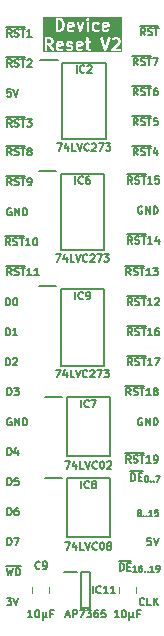
<source format=gto>
%TF.GenerationSoftware,KiCad,Pcbnew,9.0.7*%
%TF.CreationDate,2026-01-29T17:51:16+02:00*%
%TF.ProjectId,HCP65 Device Reset,48435036-3520-4446-9576-696365205265,V2*%
%TF.SameCoordinates,Original*%
%TF.FileFunction,Legend,Top*%
%TF.FilePolarity,Positive*%
%FSLAX46Y46*%
G04 Gerber Fmt 4.6, Leading zero omitted, Abs format (unit mm)*
G04 Created by KiCad (PCBNEW 9.0.7) date 2026-01-29 17:51:16*
%MOMM*%
%LPD*%
G01*
G04 APERTURE LIST*
%ADD10C,0.150000*%
%ADD11C,0.200000*%
%ADD12C,0.120000*%
G04 APERTURE END LIST*
D10*
X1205398Y-47910963D02*
X1598493Y-47910963D01*
X1598493Y-47910963D02*
X1386826Y-48152867D01*
X1386826Y-48152867D02*
X1477541Y-48152867D01*
X1477541Y-48152867D02*
X1538017Y-48183105D01*
X1538017Y-48183105D02*
X1568255Y-48213344D01*
X1568255Y-48213344D02*
X1598493Y-48273820D01*
X1598493Y-48273820D02*
X1598493Y-48425010D01*
X1598493Y-48425010D02*
X1568255Y-48485486D01*
X1568255Y-48485486D02*
X1538017Y-48515725D01*
X1538017Y-48515725D02*
X1477541Y-48545963D01*
X1477541Y-48545963D02*
X1296112Y-48545963D01*
X1296112Y-48545963D02*
X1235636Y-48515725D01*
X1235636Y-48515725D02*
X1205398Y-48485486D01*
X1779922Y-47910963D02*
X1991588Y-48545963D01*
X1991588Y-48545963D02*
X2203255Y-47910963D01*
X12915791Y-285963D02*
X12704124Y16417D01*
X12552934Y-285963D02*
X12552934Y349036D01*
X12552934Y349036D02*
X12794839Y349036D01*
X12794839Y349036D02*
X12855315Y318798D01*
X12855315Y318798D02*
X12885553Y288560D01*
X12885553Y288560D02*
X12915791Y228084D01*
X12915791Y228084D02*
X12915791Y137370D01*
X12915791Y137370D02*
X12885553Y76894D01*
X12885553Y76894D02*
X12855315Y46655D01*
X12855315Y46655D02*
X12794839Y16417D01*
X12794839Y16417D02*
X12552934Y16417D01*
X13157696Y-255725D02*
X13248410Y-285963D01*
X13248410Y-285963D02*
X13399601Y-285963D01*
X13399601Y-285963D02*
X13460077Y-255725D01*
X13460077Y-255725D02*
X13490315Y-225486D01*
X13490315Y-225486D02*
X13520553Y-165010D01*
X13520553Y-165010D02*
X13520553Y-104534D01*
X13520553Y-104534D02*
X13490315Y-44058D01*
X13490315Y-44058D02*
X13460077Y-13820D01*
X13460077Y-13820D02*
X13399601Y16417D01*
X13399601Y16417D02*
X13278648Y46655D01*
X13278648Y46655D02*
X13218172Y76894D01*
X13218172Y76894D02*
X13187934Y107132D01*
X13187934Y107132D02*
X13157696Y167608D01*
X13157696Y167608D02*
X13157696Y228084D01*
X13157696Y228084D02*
X13187934Y288560D01*
X13187934Y288560D02*
X13218172Y318798D01*
X13218172Y318798D02*
X13278648Y349036D01*
X13278648Y349036D02*
X13429839Y349036D01*
X13429839Y349036D02*
X13520553Y318798D01*
X13701982Y349036D02*
X14064839Y349036D01*
X13883410Y-285963D02*
X13883410Y349036D01*
X12465244Y525325D02*
X14061816Y525325D01*
X1138874Y-25685963D02*
X1138874Y-25050963D01*
X1138874Y-25050963D02*
X1290064Y-25050963D01*
X1290064Y-25050963D02*
X1380779Y-25081201D01*
X1380779Y-25081201D02*
X1441255Y-25141677D01*
X1441255Y-25141677D02*
X1471493Y-25202153D01*
X1471493Y-25202153D02*
X1501731Y-25323105D01*
X1501731Y-25323105D02*
X1501731Y-25413820D01*
X1501731Y-25413820D02*
X1471493Y-25534772D01*
X1471493Y-25534772D02*
X1441255Y-25595248D01*
X1441255Y-25595248D02*
X1380779Y-25655725D01*
X1380779Y-25655725D02*
X1290064Y-25685963D01*
X1290064Y-25685963D02*
X1138874Y-25685963D01*
X2106493Y-25685963D02*
X1743636Y-25685963D01*
X1925064Y-25685963D02*
X1925064Y-25050963D01*
X1925064Y-25050963D02*
X1864588Y-25141677D01*
X1864588Y-25141677D02*
X1804112Y-25202153D01*
X1804112Y-25202153D02*
X1743636Y-25232391D01*
X12311029Y-5365963D02*
X12099362Y-5063582D01*
X11948172Y-5365963D02*
X11948172Y-4730963D01*
X11948172Y-4730963D02*
X12190077Y-4730963D01*
X12190077Y-4730963D02*
X12250553Y-4761201D01*
X12250553Y-4761201D02*
X12280791Y-4791439D01*
X12280791Y-4791439D02*
X12311029Y-4851915D01*
X12311029Y-4851915D02*
X12311029Y-4942629D01*
X12311029Y-4942629D02*
X12280791Y-5003105D01*
X12280791Y-5003105D02*
X12250553Y-5033344D01*
X12250553Y-5033344D02*
X12190077Y-5063582D01*
X12190077Y-5063582D02*
X11948172Y-5063582D01*
X12552934Y-5335725D02*
X12643648Y-5365963D01*
X12643648Y-5365963D02*
X12794839Y-5365963D01*
X12794839Y-5365963D02*
X12855315Y-5335725D01*
X12855315Y-5335725D02*
X12885553Y-5305486D01*
X12885553Y-5305486D02*
X12915791Y-5245010D01*
X12915791Y-5245010D02*
X12915791Y-5184534D01*
X12915791Y-5184534D02*
X12885553Y-5124058D01*
X12885553Y-5124058D02*
X12855315Y-5093820D01*
X12855315Y-5093820D02*
X12794839Y-5063582D01*
X12794839Y-5063582D02*
X12673886Y-5033344D01*
X12673886Y-5033344D02*
X12613410Y-5003105D01*
X12613410Y-5003105D02*
X12583172Y-4972867D01*
X12583172Y-4972867D02*
X12552934Y-4912391D01*
X12552934Y-4912391D02*
X12552934Y-4851915D01*
X12552934Y-4851915D02*
X12583172Y-4791439D01*
X12583172Y-4791439D02*
X12613410Y-4761201D01*
X12613410Y-4761201D02*
X12673886Y-4730963D01*
X12673886Y-4730963D02*
X12825077Y-4730963D01*
X12825077Y-4730963D02*
X12915791Y-4761201D01*
X13097220Y-4730963D02*
X13460077Y-4730963D01*
X13278648Y-5365963D02*
X13278648Y-4730963D01*
X11860482Y-4554675D02*
X13457054Y-4554675D01*
X13943887Y-4730963D02*
X13822934Y-4730963D01*
X13822934Y-4730963D02*
X13762458Y-4761201D01*
X13762458Y-4761201D02*
X13732220Y-4791439D01*
X13732220Y-4791439D02*
X13671744Y-4882153D01*
X13671744Y-4882153D02*
X13641506Y-5003105D01*
X13641506Y-5003105D02*
X13641506Y-5245010D01*
X13641506Y-5245010D02*
X13671744Y-5305486D01*
X13671744Y-5305486D02*
X13701982Y-5335725D01*
X13701982Y-5335725D02*
X13762458Y-5365963D01*
X13762458Y-5365963D02*
X13883411Y-5365963D01*
X13883411Y-5365963D02*
X13943887Y-5335725D01*
X13943887Y-5335725D02*
X13974125Y-5305486D01*
X13974125Y-5305486D02*
X14004363Y-5245010D01*
X14004363Y-5245010D02*
X14004363Y-5093820D01*
X14004363Y-5093820D02*
X13974125Y-5033344D01*
X13974125Y-5033344D02*
X13943887Y-5003105D01*
X13943887Y-5003105D02*
X13883411Y-4972867D01*
X13883411Y-4972867D02*
X13762458Y-4972867D01*
X13762458Y-4972867D02*
X13701982Y-5003105D01*
X13701982Y-5003105D02*
X13671744Y-5033344D01*
X13671744Y-5033344D02*
X13641506Y-5093820D01*
X11833267Y-17938963D02*
X11621600Y-17636582D01*
X11470410Y-17938963D02*
X11470410Y-17303963D01*
X11470410Y-17303963D02*
X11712315Y-17303963D01*
X11712315Y-17303963D02*
X11772791Y-17334201D01*
X11772791Y-17334201D02*
X11803029Y-17364439D01*
X11803029Y-17364439D02*
X11833267Y-17424915D01*
X11833267Y-17424915D02*
X11833267Y-17515629D01*
X11833267Y-17515629D02*
X11803029Y-17576105D01*
X11803029Y-17576105D02*
X11772791Y-17606344D01*
X11772791Y-17606344D02*
X11712315Y-17636582D01*
X11712315Y-17636582D02*
X11470410Y-17636582D01*
X12075172Y-17908725D02*
X12165886Y-17938963D01*
X12165886Y-17938963D02*
X12317077Y-17938963D01*
X12317077Y-17938963D02*
X12377553Y-17908725D01*
X12377553Y-17908725D02*
X12407791Y-17878486D01*
X12407791Y-17878486D02*
X12438029Y-17818010D01*
X12438029Y-17818010D02*
X12438029Y-17757534D01*
X12438029Y-17757534D02*
X12407791Y-17697058D01*
X12407791Y-17697058D02*
X12377553Y-17666820D01*
X12377553Y-17666820D02*
X12317077Y-17636582D01*
X12317077Y-17636582D02*
X12196124Y-17606344D01*
X12196124Y-17606344D02*
X12135648Y-17576105D01*
X12135648Y-17576105D02*
X12105410Y-17545867D01*
X12105410Y-17545867D02*
X12075172Y-17485391D01*
X12075172Y-17485391D02*
X12075172Y-17424915D01*
X12075172Y-17424915D02*
X12105410Y-17364439D01*
X12105410Y-17364439D02*
X12135648Y-17334201D01*
X12135648Y-17334201D02*
X12196124Y-17303963D01*
X12196124Y-17303963D02*
X12347315Y-17303963D01*
X12347315Y-17303963D02*
X12438029Y-17334201D01*
X12619458Y-17303963D02*
X12982315Y-17303963D01*
X12800886Y-17938963D02*
X12800886Y-17303963D01*
X11382720Y-17127675D02*
X12979292Y-17127675D01*
X13526601Y-17938963D02*
X13163744Y-17938963D01*
X13345172Y-17938963D02*
X13345172Y-17303963D01*
X13345172Y-17303963D02*
X13284696Y-17394677D01*
X13284696Y-17394677D02*
X13224220Y-17455153D01*
X13224220Y-17455153D02*
X13163744Y-17485391D01*
X14070887Y-17515629D02*
X14070887Y-17938963D01*
X13919696Y-17273725D02*
X13768506Y-17727296D01*
X13768506Y-17727296D02*
X14161601Y-17727296D01*
X1628731Y-10445963D02*
X1417064Y-10143582D01*
X1265874Y-10445963D02*
X1265874Y-9810963D01*
X1265874Y-9810963D02*
X1507779Y-9810963D01*
X1507779Y-9810963D02*
X1568255Y-9841201D01*
X1568255Y-9841201D02*
X1598493Y-9871439D01*
X1598493Y-9871439D02*
X1628731Y-9931915D01*
X1628731Y-9931915D02*
X1628731Y-10022629D01*
X1628731Y-10022629D02*
X1598493Y-10083105D01*
X1598493Y-10083105D02*
X1568255Y-10113344D01*
X1568255Y-10113344D02*
X1507779Y-10143582D01*
X1507779Y-10143582D02*
X1265874Y-10143582D01*
X1870636Y-10415725D02*
X1961350Y-10445963D01*
X1961350Y-10445963D02*
X2112541Y-10445963D01*
X2112541Y-10445963D02*
X2173017Y-10415725D01*
X2173017Y-10415725D02*
X2203255Y-10385486D01*
X2203255Y-10385486D02*
X2233493Y-10325010D01*
X2233493Y-10325010D02*
X2233493Y-10264534D01*
X2233493Y-10264534D02*
X2203255Y-10204058D01*
X2203255Y-10204058D02*
X2173017Y-10173820D01*
X2173017Y-10173820D02*
X2112541Y-10143582D01*
X2112541Y-10143582D02*
X1991588Y-10113344D01*
X1991588Y-10113344D02*
X1931112Y-10083105D01*
X1931112Y-10083105D02*
X1900874Y-10052867D01*
X1900874Y-10052867D02*
X1870636Y-9992391D01*
X1870636Y-9992391D02*
X1870636Y-9931915D01*
X1870636Y-9931915D02*
X1900874Y-9871439D01*
X1900874Y-9871439D02*
X1931112Y-9841201D01*
X1931112Y-9841201D02*
X1991588Y-9810963D01*
X1991588Y-9810963D02*
X2142779Y-9810963D01*
X2142779Y-9810963D02*
X2233493Y-9841201D01*
X2414922Y-9810963D02*
X2777779Y-9810963D01*
X2596350Y-10445963D02*
X2596350Y-9810963D01*
X1178184Y-9634675D02*
X2774756Y-9634675D01*
X3080160Y-10083105D02*
X3019684Y-10052867D01*
X3019684Y-10052867D02*
X2989446Y-10022629D01*
X2989446Y-10022629D02*
X2959208Y-9962153D01*
X2959208Y-9962153D02*
X2959208Y-9931915D01*
X2959208Y-9931915D02*
X2989446Y-9871439D01*
X2989446Y-9871439D02*
X3019684Y-9841201D01*
X3019684Y-9841201D02*
X3080160Y-9810963D01*
X3080160Y-9810963D02*
X3201113Y-9810963D01*
X3201113Y-9810963D02*
X3261589Y-9841201D01*
X3261589Y-9841201D02*
X3291827Y-9871439D01*
X3291827Y-9871439D02*
X3322065Y-9931915D01*
X3322065Y-9931915D02*
X3322065Y-9962153D01*
X3322065Y-9962153D02*
X3291827Y-10022629D01*
X3291827Y-10022629D02*
X3261589Y-10052867D01*
X3261589Y-10052867D02*
X3201113Y-10083105D01*
X3201113Y-10083105D02*
X3080160Y-10083105D01*
X3080160Y-10083105D02*
X3019684Y-10113344D01*
X3019684Y-10113344D02*
X2989446Y-10143582D01*
X2989446Y-10143582D02*
X2959208Y-10204058D01*
X2959208Y-10204058D02*
X2959208Y-10325010D01*
X2959208Y-10325010D02*
X2989446Y-10385486D01*
X2989446Y-10385486D02*
X3019684Y-10415725D01*
X3019684Y-10415725D02*
X3080160Y-10445963D01*
X3080160Y-10445963D02*
X3201113Y-10445963D01*
X3201113Y-10445963D02*
X3261589Y-10415725D01*
X3261589Y-10415725D02*
X3291827Y-10385486D01*
X3291827Y-10385486D02*
X3322065Y-10325010D01*
X3322065Y-10325010D02*
X3322065Y-10204058D01*
X3322065Y-10204058D02*
X3291827Y-10143582D01*
X3291827Y-10143582D02*
X3261589Y-10113344D01*
X3261589Y-10113344D02*
X3201113Y-10083105D01*
X1628731Y-412963D02*
X1417064Y-110582D01*
X1265874Y-412963D02*
X1265874Y222036D01*
X1265874Y222036D02*
X1507779Y222036D01*
X1507779Y222036D02*
X1568255Y191798D01*
X1568255Y191798D02*
X1598493Y161560D01*
X1598493Y161560D02*
X1628731Y101084D01*
X1628731Y101084D02*
X1628731Y10370D01*
X1628731Y10370D02*
X1598493Y-50105D01*
X1598493Y-50105D02*
X1568255Y-80344D01*
X1568255Y-80344D02*
X1507779Y-110582D01*
X1507779Y-110582D02*
X1265874Y-110582D01*
X1870636Y-382725D02*
X1961350Y-412963D01*
X1961350Y-412963D02*
X2112541Y-412963D01*
X2112541Y-412963D02*
X2173017Y-382725D01*
X2173017Y-382725D02*
X2203255Y-352486D01*
X2203255Y-352486D02*
X2233493Y-292010D01*
X2233493Y-292010D02*
X2233493Y-231534D01*
X2233493Y-231534D02*
X2203255Y-171058D01*
X2203255Y-171058D02*
X2173017Y-140820D01*
X2173017Y-140820D02*
X2112541Y-110582D01*
X2112541Y-110582D02*
X1991588Y-80344D01*
X1991588Y-80344D02*
X1931112Y-50105D01*
X1931112Y-50105D02*
X1900874Y-19867D01*
X1900874Y-19867D02*
X1870636Y40608D01*
X1870636Y40608D02*
X1870636Y101084D01*
X1870636Y101084D02*
X1900874Y161560D01*
X1900874Y161560D02*
X1931112Y191798D01*
X1931112Y191798D02*
X1991588Y222036D01*
X1991588Y222036D02*
X2142779Y222036D01*
X2142779Y222036D02*
X2233493Y191798D01*
X2414922Y222036D02*
X2777779Y222036D01*
X2596350Y-412963D02*
X2596350Y222036D01*
X1178184Y398325D02*
X2774756Y398325D01*
X3322065Y-412963D02*
X2959208Y-412963D01*
X3140636Y-412963D02*
X3140636Y222036D01*
X3140636Y222036D02*
X3080160Y131322D01*
X3080160Y131322D02*
X3019684Y70846D01*
X3019684Y70846D02*
X2959208Y40608D01*
X1598493Y-14921201D02*
X1538017Y-14890963D01*
X1538017Y-14890963D02*
X1447303Y-14890963D01*
X1447303Y-14890963D02*
X1356588Y-14921201D01*
X1356588Y-14921201D02*
X1296112Y-14981677D01*
X1296112Y-14981677D02*
X1265874Y-15042153D01*
X1265874Y-15042153D02*
X1235636Y-15163105D01*
X1235636Y-15163105D02*
X1235636Y-15253820D01*
X1235636Y-15253820D02*
X1265874Y-15374772D01*
X1265874Y-15374772D02*
X1296112Y-15435248D01*
X1296112Y-15435248D02*
X1356588Y-15495725D01*
X1356588Y-15495725D02*
X1447303Y-15525963D01*
X1447303Y-15525963D02*
X1507779Y-15525963D01*
X1507779Y-15525963D02*
X1598493Y-15495725D01*
X1598493Y-15495725D02*
X1628731Y-15465486D01*
X1628731Y-15465486D02*
X1628731Y-15253820D01*
X1628731Y-15253820D02*
X1507779Y-15253820D01*
X1900874Y-15525963D02*
X1900874Y-14890963D01*
X1900874Y-14890963D02*
X2263731Y-15525963D01*
X2263731Y-15525963D02*
X2263731Y-14890963D01*
X2566112Y-15525963D02*
X2566112Y-14890963D01*
X2566112Y-14890963D02*
X2717302Y-14890963D01*
X2717302Y-14890963D02*
X2808017Y-14921201D01*
X2808017Y-14921201D02*
X2868493Y-14981677D01*
X2868493Y-14981677D02*
X2898731Y-15042153D01*
X2898731Y-15042153D02*
X2928969Y-15163105D01*
X2928969Y-15163105D02*
X2928969Y-15253820D01*
X2928969Y-15253820D02*
X2898731Y-15374772D01*
X2898731Y-15374772D02*
X2868493Y-15435248D01*
X2868493Y-15435248D02*
X2808017Y-15495725D01*
X2808017Y-15495725D02*
X2717302Y-15525963D01*
X2717302Y-15525963D02*
X2566112Y-15525963D01*
X12311029Y-2825963D02*
X12099362Y-2523582D01*
X11948172Y-2825963D02*
X11948172Y-2190963D01*
X11948172Y-2190963D02*
X12190077Y-2190963D01*
X12190077Y-2190963D02*
X12250553Y-2221201D01*
X12250553Y-2221201D02*
X12280791Y-2251439D01*
X12280791Y-2251439D02*
X12311029Y-2311915D01*
X12311029Y-2311915D02*
X12311029Y-2402629D01*
X12311029Y-2402629D02*
X12280791Y-2463105D01*
X12280791Y-2463105D02*
X12250553Y-2493344D01*
X12250553Y-2493344D02*
X12190077Y-2523582D01*
X12190077Y-2523582D02*
X11948172Y-2523582D01*
X12552934Y-2795725D02*
X12643648Y-2825963D01*
X12643648Y-2825963D02*
X12794839Y-2825963D01*
X12794839Y-2825963D02*
X12855315Y-2795725D01*
X12855315Y-2795725D02*
X12885553Y-2765486D01*
X12885553Y-2765486D02*
X12915791Y-2705010D01*
X12915791Y-2705010D02*
X12915791Y-2644534D01*
X12915791Y-2644534D02*
X12885553Y-2584058D01*
X12885553Y-2584058D02*
X12855315Y-2553820D01*
X12855315Y-2553820D02*
X12794839Y-2523582D01*
X12794839Y-2523582D02*
X12673886Y-2493344D01*
X12673886Y-2493344D02*
X12613410Y-2463105D01*
X12613410Y-2463105D02*
X12583172Y-2432867D01*
X12583172Y-2432867D02*
X12552934Y-2372391D01*
X12552934Y-2372391D02*
X12552934Y-2311915D01*
X12552934Y-2311915D02*
X12583172Y-2251439D01*
X12583172Y-2251439D02*
X12613410Y-2221201D01*
X12613410Y-2221201D02*
X12673886Y-2190963D01*
X12673886Y-2190963D02*
X12825077Y-2190963D01*
X12825077Y-2190963D02*
X12915791Y-2221201D01*
X13097220Y-2190963D02*
X13460077Y-2190963D01*
X13278648Y-2825963D02*
X13278648Y-2190963D01*
X11860482Y-2014675D02*
X13457054Y-2014675D01*
X13611268Y-2190963D02*
X14034601Y-2190963D01*
X14034601Y-2190963D02*
X13762458Y-2825963D01*
X12383599Y-40705829D02*
X12335218Y-40681639D01*
X12335218Y-40681639D02*
X12311028Y-40657448D01*
X12311028Y-40657448D02*
X12286837Y-40609067D01*
X12286837Y-40609067D02*
X12286837Y-40584877D01*
X12286837Y-40584877D02*
X12311028Y-40536496D01*
X12311028Y-40536496D02*
X12335218Y-40512305D01*
X12335218Y-40512305D02*
X12383599Y-40488115D01*
X12383599Y-40488115D02*
X12480361Y-40488115D01*
X12480361Y-40488115D02*
X12528742Y-40512305D01*
X12528742Y-40512305D02*
X12552933Y-40536496D01*
X12552933Y-40536496D02*
X12577123Y-40584877D01*
X12577123Y-40584877D02*
X12577123Y-40609067D01*
X12577123Y-40609067D02*
X12552933Y-40657448D01*
X12552933Y-40657448D02*
X12528742Y-40681639D01*
X12528742Y-40681639D02*
X12480361Y-40705829D01*
X12480361Y-40705829D02*
X12383599Y-40705829D01*
X12383599Y-40705829D02*
X12335218Y-40730020D01*
X12335218Y-40730020D02*
X12311028Y-40754210D01*
X12311028Y-40754210D02*
X12286837Y-40802591D01*
X12286837Y-40802591D02*
X12286837Y-40899353D01*
X12286837Y-40899353D02*
X12311028Y-40947734D01*
X12311028Y-40947734D02*
X12335218Y-40971925D01*
X12335218Y-40971925D02*
X12383599Y-40996115D01*
X12383599Y-40996115D02*
X12480361Y-40996115D01*
X12480361Y-40996115D02*
X12528742Y-40971925D01*
X12528742Y-40971925D02*
X12552933Y-40947734D01*
X12552933Y-40947734D02*
X12577123Y-40899353D01*
X12577123Y-40899353D02*
X12577123Y-40802591D01*
X12577123Y-40802591D02*
X12552933Y-40754210D01*
X12552933Y-40754210D02*
X12528742Y-40730020D01*
X12528742Y-40730020D02*
X12480361Y-40705829D01*
X12794838Y-40947734D02*
X12819028Y-40971925D01*
X12819028Y-40971925D02*
X12794838Y-40996115D01*
X12794838Y-40996115D02*
X12770647Y-40971925D01*
X12770647Y-40971925D02*
X12794838Y-40947734D01*
X12794838Y-40947734D02*
X12794838Y-40996115D01*
X13036743Y-40947734D02*
X13060933Y-40971925D01*
X13060933Y-40971925D02*
X13036743Y-40996115D01*
X13036743Y-40996115D02*
X13012552Y-40971925D01*
X13012552Y-40971925D02*
X13036743Y-40947734D01*
X13036743Y-40947734D02*
X13036743Y-40996115D01*
X13544743Y-40996115D02*
X13254457Y-40996115D01*
X13399600Y-40996115D02*
X13399600Y-40488115D01*
X13399600Y-40488115D02*
X13351219Y-40560686D01*
X13351219Y-40560686D02*
X13302838Y-40609067D01*
X13302838Y-40609067D02*
X13254457Y-40633258D01*
X14004363Y-40488115D02*
X13762458Y-40488115D01*
X13762458Y-40488115D02*
X13738267Y-40730020D01*
X13738267Y-40730020D02*
X13762458Y-40705829D01*
X13762458Y-40705829D02*
X13810839Y-40681639D01*
X13810839Y-40681639D02*
X13931791Y-40681639D01*
X13931791Y-40681639D02*
X13980172Y-40705829D01*
X13980172Y-40705829D02*
X14004363Y-40730020D01*
X14004363Y-40730020D02*
X14028553Y-40778401D01*
X14028553Y-40778401D02*
X14028553Y-40899353D01*
X14028553Y-40899353D02*
X14004363Y-40947734D01*
X14004363Y-40947734D02*
X13980172Y-40971925D01*
X13980172Y-40971925D02*
X13931791Y-40996115D01*
X13931791Y-40996115D02*
X13810839Y-40996115D01*
X13810839Y-40996115D02*
X13762458Y-40971925D01*
X13762458Y-40971925D02*
X13738267Y-40947734D01*
X12311029Y-10445963D02*
X12099362Y-10143582D01*
X11948172Y-10445963D02*
X11948172Y-9810963D01*
X11948172Y-9810963D02*
X12190077Y-9810963D01*
X12190077Y-9810963D02*
X12250553Y-9841201D01*
X12250553Y-9841201D02*
X12280791Y-9871439D01*
X12280791Y-9871439D02*
X12311029Y-9931915D01*
X12311029Y-9931915D02*
X12311029Y-10022629D01*
X12311029Y-10022629D02*
X12280791Y-10083105D01*
X12280791Y-10083105D02*
X12250553Y-10113344D01*
X12250553Y-10113344D02*
X12190077Y-10143582D01*
X12190077Y-10143582D02*
X11948172Y-10143582D01*
X12552934Y-10415725D02*
X12643648Y-10445963D01*
X12643648Y-10445963D02*
X12794839Y-10445963D01*
X12794839Y-10445963D02*
X12855315Y-10415725D01*
X12855315Y-10415725D02*
X12885553Y-10385486D01*
X12885553Y-10385486D02*
X12915791Y-10325010D01*
X12915791Y-10325010D02*
X12915791Y-10264534D01*
X12915791Y-10264534D02*
X12885553Y-10204058D01*
X12885553Y-10204058D02*
X12855315Y-10173820D01*
X12855315Y-10173820D02*
X12794839Y-10143582D01*
X12794839Y-10143582D02*
X12673886Y-10113344D01*
X12673886Y-10113344D02*
X12613410Y-10083105D01*
X12613410Y-10083105D02*
X12583172Y-10052867D01*
X12583172Y-10052867D02*
X12552934Y-9992391D01*
X12552934Y-9992391D02*
X12552934Y-9931915D01*
X12552934Y-9931915D02*
X12583172Y-9871439D01*
X12583172Y-9871439D02*
X12613410Y-9841201D01*
X12613410Y-9841201D02*
X12673886Y-9810963D01*
X12673886Y-9810963D02*
X12825077Y-9810963D01*
X12825077Y-9810963D02*
X12915791Y-9841201D01*
X13097220Y-9810963D02*
X13460077Y-9810963D01*
X13278648Y-10445963D02*
X13278648Y-9810963D01*
X11860482Y-9634675D02*
X13457054Y-9634675D01*
X13943887Y-10022629D02*
X13943887Y-10445963D01*
X13792696Y-9780725D02*
X13641506Y-10234296D01*
X13641506Y-10234296D02*
X14034601Y-10234296D01*
X11833267Y-12858963D02*
X11621600Y-12556582D01*
X11470410Y-12858963D02*
X11470410Y-12223963D01*
X11470410Y-12223963D02*
X11712315Y-12223963D01*
X11712315Y-12223963D02*
X11772791Y-12254201D01*
X11772791Y-12254201D02*
X11803029Y-12284439D01*
X11803029Y-12284439D02*
X11833267Y-12344915D01*
X11833267Y-12344915D02*
X11833267Y-12435629D01*
X11833267Y-12435629D02*
X11803029Y-12496105D01*
X11803029Y-12496105D02*
X11772791Y-12526344D01*
X11772791Y-12526344D02*
X11712315Y-12556582D01*
X11712315Y-12556582D02*
X11470410Y-12556582D01*
X12075172Y-12828725D02*
X12165886Y-12858963D01*
X12165886Y-12858963D02*
X12317077Y-12858963D01*
X12317077Y-12858963D02*
X12377553Y-12828725D01*
X12377553Y-12828725D02*
X12407791Y-12798486D01*
X12407791Y-12798486D02*
X12438029Y-12738010D01*
X12438029Y-12738010D02*
X12438029Y-12677534D01*
X12438029Y-12677534D02*
X12407791Y-12617058D01*
X12407791Y-12617058D02*
X12377553Y-12586820D01*
X12377553Y-12586820D02*
X12317077Y-12556582D01*
X12317077Y-12556582D02*
X12196124Y-12526344D01*
X12196124Y-12526344D02*
X12135648Y-12496105D01*
X12135648Y-12496105D02*
X12105410Y-12465867D01*
X12105410Y-12465867D02*
X12075172Y-12405391D01*
X12075172Y-12405391D02*
X12075172Y-12344915D01*
X12075172Y-12344915D02*
X12105410Y-12284439D01*
X12105410Y-12284439D02*
X12135648Y-12254201D01*
X12135648Y-12254201D02*
X12196124Y-12223963D01*
X12196124Y-12223963D02*
X12347315Y-12223963D01*
X12347315Y-12223963D02*
X12438029Y-12254201D01*
X12619458Y-12223963D02*
X12982315Y-12223963D01*
X12800886Y-12858963D02*
X12800886Y-12223963D01*
X11382720Y-12047675D02*
X12979292Y-12047675D01*
X13526601Y-12858963D02*
X13163744Y-12858963D01*
X13345172Y-12858963D02*
X13345172Y-12223963D01*
X13345172Y-12223963D02*
X13284696Y-12314677D01*
X13284696Y-12314677D02*
X13224220Y-12375153D01*
X13224220Y-12375153D02*
X13163744Y-12405391D01*
X14101125Y-12223963D02*
X13798744Y-12223963D01*
X13798744Y-12223963D02*
X13768506Y-12526344D01*
X13768506Y-12526344D02*
X13798744Y-12496105D01*
X13798744Y-12496105D02*
X13859220Y-12465867D01*
X13859220Y-12465867D02*
X14010411Y-12465867D01*
X14010411Y-12465867D02*
X14070887Y-12496105D01*
X14070887Y-12496105D02*
X14101125Y-12526344D01*
X14101125Y-12526344D02*
X14131363Y-12586820D01*
X14131363Y-12586820D02*
X14131363Y-12738010D01*
X14131363Y-12738010D02*
X14101125Y-12798486D01*
X14101125Y-12798486D02*
X14070887Y-12828725D01*
X14070887Y-12828725D02*
X14010411Y-12858963D01*
X14010411Y-12858963D02*
X13859220Y-12858963D01*
X13859220Y-12858963D02*
X13798744Y-12828725D01*
X13798744Y-12828725D02*
X13768506Y-12798486D01*
X11833267Y-23145963D02*
X11621600Y-22843582D01*
X11470410Y-23145963D02*
X11470410Y-22510963D01*
X11470410Y-22510963D02*
X11712315Y-22510963D01*
X11712315Y-22510963D02*
X11772791Y-22541201D01*
X11772791Y-22541201D02*
X11803029Y-22571439D01*
X11803029Y-22571439D02*
X11833267Y-22631915D01*
X11833267Y-22631915D02*
X11833267Y-22722629D01*
X11833267Y-22722629D02*
X11803029Y-22783105D01*
X11803029Y-22783105D02*
X11772791Y-22813344D01*
X11772791Y-22813344D02*
X11712315Y-22843582D01*
X11712315Y-22843582D02*
X11470410Y-22843582D01*
X12075172Y-23115725D02*
X12165886Y-23145963D01*
X12165886Y-23145963D02*
X12317077Y-23145963D01*
X12317077Y-23145963D02*
X12377553Y-23115725D01*
X12377553Y-23115725D02*
X12407791Y-23085486D01*
X12407791Y-23085486D02*
X12438029Y-23025010D01*
X12438029Y-23025010D02*
X12438029Y-22964534D01*
X12438029Y-22964534D02*
X12407791Y-22904058D01*
X12407791Y-22904058D02*
X12377553Y-22873820D01*
X12377553Y-22873820D02*
X12317077Y-22843582D01*
X12317077Y-22843582D02*
X12196124Y-22813344D01*
X12196124Y-22813344D02*
X12135648Y-22783105D01*
X12135648Y-22783105D02*
X12105410Y-22752867D01*
X12105410Y-22752867D02*
X12075172Y-22692391D01*
X12075172Y-22692391D02*
X12075172Y-22631915D01*
X12075172Y-22631915D02*
X12105410Y-22571439D01*
X12105410Y-22571439D02*
X12135648Y-22541201D01*
X12135648Y-22541201D02*
X12196124Y-22510963D01*
X12196124Y-22510963D02*
X12347315Y-22510963D01*
X12347315Y-22510963D02*
X12438029Y-22541201D01*
X12619458Y-22510963D02*
X12982315Y-22510963D01*
X12800886Y-23145963D02*
X12800886Y-22510963D01*
X11382720Y-22334675D02*
X12979292Y-22334675D01*
X13526601Y-23145963D02*
X13163744Y-23145963D01*
X13345172Y-23145963D02*
X13345172Y-22510963D01*
X13345172Y-22510963D02*
X13284696Y-22601677D01*
X13284696Y-22601677D02*
X13224220Y-22662153D01*
X13224220Y-22662153D02*
X13163744Y-22692391D01*
X13768506Y-22571439D02*
X13798744Y-22541201D01*
X13798744Y-22541201D02*
X13859220Y-22510963D01*
X13859220Y-22510963D02*
X14010411Y-22510963D01*
X14010411Y-22510963D02*
X14070887Y-22541201D01*
X14070887Y-22541201D02*
X14101125Y-22571439D01*
X14101125Y-22571439D02*
X14131363Y-22631915D01*
X14131363Y-22631915D02*
X14131363Y-22692391D01*
X14131363Y-22692391D02*
X14101125Y-22783105D01*
X14101125Y-22783105D02*
X13738268Y-23145963D01*
X13738268Y-23145963D02*
X14131363Y-23145963D01*
X12311029Y-7905963D02*
X12099362Y-7603582D01*
X11948172Y-7905963D02*
X11948172Y-7270963D01*
X11948172Y-7270963D02*
X12190077Y-7270963D01*
X12190077Y-7270963D02*
X12250553Y-7301201D01*
X12250553Y-7301201D02*
X12280791Y-7331439D01*
X12280791Y-7331439D02*
X12311029Y-7391915D01*
X12311029Y-7391915D02*
X12311029Y-7482629D01*
X12311029Y-7482629D02*
X12280791Y-7543105D01*
X12280791Y-7543105D02*
X12250553Y-7573344D01*
X12250553Y-7573344D02*
X12190077Y-7603582D01*
X12190077Y-7603582D02*
X11948172Y-7603582D01*
X12552934Y-7875725D02*
X12643648Y-7905963D01*
X12643648Y-7905963D02*
X12794839Y-7905963D01*
X12794839Y-7905963D02*
X12855315Y-7875725D01*
X12855315Y-7875725D02*
X12885553Y-7845486D01*
X12885553Y-7845486D02*
X12915791Y-7785010D01*
X12915791Y-7785010D02*
X12915791Y-7724534D01*
X12915791Y-7724534D02*
X12885553Y-7664058D01*
X12885553Y-7664058D02*
X12855315Y-7633820D01*
X12855315Y-7633820D02*
X12794839Y-7603582D01*
X12794839Y-7603582D02*
X12673886Y-7573344D01*
X12673886Y-7573344D02*
X12613410Y-7543105D01*
X12613410Y-7543105D02*
X12583172Y-7512867D01*
X12583172Y-7512867D02*
X12552934Y-7452391D01*
X12552934Y-7452391D02*
X12552934Y-7391915D01*
X12552934Y-7391915D02*
X12583172Y-7331439D01*
X12583172Y-7331439D02*
X12613410Y-7301201D01*
X12613410Y-7301201D02*
X12673886Y-7270963D01*
X12673886Y-7270963D02*
X12825077Y-7270963D01*
X12825077Y-7270963D02*
X12915791Y-7301201D01*
X13097220Y-7270963D02*
X13460077Y-7270963D01*
X13278648Y-7905963D02*
X13278648Y-7270963D01*
X11860482Y-7094675D02*
X13457054Y-7094675D01*
X13974125Y-7270963D02*
X13671744Y-7270963D01*
X13671744Y-7270963D02*
X13641506Y-7573344D01*
X13641506Y-7573344D02*
X13671744Y-7543105D01*
X13671744Y-7543105D02*
X13732220Y-7512867D01*
X13732220Y-7512867D02*
X13883411Y-7512867D01*
X13883411Y-7512867D02*
X13943887Y-7543105D01*
X13943887Y-7543105D02*
X13974125Y-7573344D01*
X13974125Y-7573344D02*
X14004363Y-7633820D01*
X14004363Y-7633820D02*
X14004363Y-7785010D01*
X14004363Y-7785010D02*
X13974125Y-7845486D01*
X13974125Y-7845486D02*
X13943887Y-7875725D01*
X13943887Y-7875725D02*
X13883411Y-7905963D01*
X13883411Y-7905963D02*
X13732220Y-7905963D01*
X13732220Y-7905963D02*
X13671744Y-7875725D01*
X13671744Y-7875725D02*
X13641506Y-7845486D01*
X1265874Y-30765963D02*
X1265874Y-30130963D01*
X1265874Y-30130963D02*
X1417064Y-30130963D01*
X1417064Y-30130963D02*
X1507779Y-30161201D01*
X1507779Y-30161201D02*
X1568255Y-30221677D01*
X1568255Y-30221677D02*
X1598493Y-30282153D01*
X1598493Y-30282153D02*
X1628731Y-30403105D01*
X1628731Y-30403105D02*
X1628731Y-30493820D01*
X1628731Y-30493820D02*
X1598493Y-30614772D01*
X1598493Y-30614772D02*
X1568255Y-30675248D01*
X1568255Y-30675248D02*
X1507779Y-30735725D01*
X1507779Y-30735725D02*
X1417064Y-30765963D01*
X1417064Y-30765963D02*
X1265874Y-30765963D01*
X1840398Y-30130963D02*
X2233493Y-30130963D01*
X2233493Y-30130963D02*
X2021826Y-30372867D01*
X2021826Y-30372867D02*
X2112541Y-30372867D01*
X2112541Y-30372867D02*
X2173017Y-30403105D01*
X2173017Y-30403105D02*
X2203255Y-30433344D01*
X2203255Y-30433344D02*
X2233493Y-30493820D01*
X2233493Y-30493820D02*
X2233493Y-30645010D01*
X2233493Y-30645010D02*
X2203255Y-30705486D01*
X2203255Y-30705486D02*
X2173017Y-30735725D01*
X2173017Y-30735725D02*
X2112541Y-30765963D01*
X2112541Y-30765963D02*
X1931112Y-30765963D01*
X1931112Y-30765963D02*
X1870636Y-30735725D01*
X1870636Y-30735725D02*
X1840398Y-30705486D01*
X11742552Y-38004963D02*
X11742552Y-37369963D01*
X11742552Y-37369963D02*
X11893742Y-37369963D01*
X11893742Y-37369963D02*
X11984457Y-37400201D01*
X11984457Y-37400201D02*
X12044933Y-37460677D01*
X12044933Y-37460677D02*
X12075171Y-37521153D01*
X12075171Y-37521153D02*
X12105409Y-37642105D01*
X12105409Y-37642105D02*
X12105409Y-37732820D01*
X12105409Y-37732820D02*
X12075171Y-37853772D01*
X12075171Y-37853772D02*
X12044933Y-37914248D01*
X12044933Y-37914248D02*
X11984457Y-37974725D01*
X11984457Y-37974725D02*
X11893742Y-38004963D01*
X11893742Y-38004963D02*
X11742552Y-38004963D01*
X12377552Y-37672344D02*
X12589219Y-37672344D01*
X12679933Y-38004963D02*
X12377552Y-38004963D01*
X12377552Y-38004963D02*
X12377552Y-37369963D01*
X12377552Y-37369963D02*
X12679933Y-37369963D01*
X11654862Y-37193675D02*
X12737386Y-37193675D01*
X13018600Y-37567115D02*
X13066981Y-37567115D01*
X13066981Y-37567115D02*
X13115362Y-37591305D01*
X13115362Y-37591305D02*
X13139552Y-37615496D01*
X13139552Y-37615496D02*
X13163743Y-37663877D01*
X13163743Y-37663877D02*
X13187933Y-37760639D01*
X13187933Y-37760639D02*
X13187933Y-37881591D01*
X13187933Y-37881591D02*
X13163743Y-37978353D01*
X13163743Y-37978353D02*
X13139552Y-38026734D01*
X13139552Y-38026734D02*
X13115362Y-38050925D01*
X13115362Y-38050925D02*
X13066981Y-38075115D01*
X13066981Y-38075115D02*
X13018600Y-38075115D01*
X13018600Y-38075115D02*
X12970219Y-38050925D01*
X12970219Y-38050925D02*
X12946028Y-38026734D01*
X12946028Y-38026734D02*
X12921838Y-37978353D01*
X12921838Y-37978353D02*
X12897647Y-37881591D01*
X12897647Y-37881591D02*
X12897647Y-37760639D01*
X12897647Y-37760639D02*
X12921838Y-37663877D01*
X12921838Y-37663877D02*
X12946028Y-37615496D01*
X12946028Y-37615496D02*
X12970219Y-37591305D01*
X12970219Y-37591305D02*
X13018600Y-37567115D01*
X13405648Y-38026734D02*
X13429838Y-38050925D01*
X13429838Y-38050925D02*
X13405648Y-38075115D01*
X13405648Y-38075115D02*
X13381457Y-38050925D01*
X13381457Y-38050925D02*
X13405648Y-38026734D01*
X13405648Y-38026734D02*
X13405648Y-38075115D01*
X13647553Y-38026734D02*
X13671743Y-38050925D01*
X13671743Y-38050925D02*
X13647553Y-38075115D01*
X13647553Y-38075115D02*
X13623362Y-38050925D01*
X13623362Y-38050925D02*
X13647553Y-38026734D01*
X13647553Y-38026734D02*
X13647553Y-38075115D01*
X13841077Y-37567115D02*
X14179744Y-37567115D01*
X14179744Y-37567115D02*
X13962029Y-38075115D01*
X12673887Y-32701201D02*
X12613411Y-32670963D01*
X12613411Y-32670963D02*
X12522697Y-32670963D01*
X12522697Y-32670963D02*
X12431982Y-32701201D01*
X12431982Y-32701201D02*
X12371506Y-32761677D01*
X12371506Y-32761677D02*
X12341268Y-32822153D01*
X12341268Y-32822153D02*
X12311030Y-32943105D01*
X12311030Y-32943105D02*
X12311030Y-33033820D01*
X12311030Y-33033820D02*
X12341268Y-33154772D01*
X12341268Y-33154772D02*
X12371506Y-33215248D01*
X12371506Y-33215248D02*
X12431982Y-33275725D01*
X12431982Y-33275725D02*
X12522697Y-33305963D01*
X12522697Y-33305963D02*
X12583173Y-33305963D01*
X12583173Y-33305963D02*
X12673887Y-33275725D01*
X12673887Y-33275725D02*
X12704125Y-33245486D01*
X12704125Y-33245486D02*
X12704125Y-33033820D01*
X12704125Y-33033820D02*
X12583173Y-33033820D01*
X12976268Y-33305963D02*
X12976268Y-32670963D01*
X12976268Y-32670963D02*
X13339125Y-33305963D01*
X13339125Y-33305963D02*
X13339125Y-32670963D01*
X13641506Y-33305963D02*
X13641506Y-32670963D01*
X13641506Y-32670963D02*
X13792696Y-32670963D01*
X13792696Y-32670963D02*
X13883411Y-32701201D01*
X13883411Y-32701201D02*
X13943887Y-32761677D01*
X13943887Y-32761677D02*
X13974125Y-32822153D01*
X13974125Y-32822153D02*
X14004363Y-32943105D01*
X14004363Y-32943105D02*
X14004363Y-33033820D01*
X14004363Y-33033820D02*
X13974125Y-33154772D01*
X13974125Y-33154772D02*
X13943887Y-33215248D01*
X13943887Y-33215248D02*
X13883411Y-33275725D01*
X13883411Y-33275725D02*
X13792696Y-33305963D01*
X13792696Y-33305963D02*
X13641506Y-33305963D01*
X11833267Y-28225963D02*
X11621600Y-27923582D01*
X11470410Y-28225963D02*
X11470410Y-27590963D01*
X11470410Y-27590963D02*
X11712315Y-27590963D01*
X11712315Y-27590963D02*
X11772791Y-27621201D01*
X11772791Y-27621201D02*
X11803029Y-27651439D01*
X11803029Y-27651439D02*
X11833267Y-27711915D01*
X11833267Y-27711915D02*
X11833267Y-27802629D01*
X11833267Y-27802629D02*
X11803029Y-27863105D01*
X11803029Y-27863105D02*
X11772791Y-27893344D01*
X11772791Y-27893344D02*
X11712315Y-27923582D01*
X11712315Y-27923582D02*
X11470410Y-27923582D01*
X12075172Y-28195725D02*
X12165886Y-28225963D01*
X12165886Y-28225963D02*
X12317077Y-28225963D01*
X12317077Y-28225963D02*
X12377553Y-28195725D01*
X12377553Y-28195725D02*
X12407791Y-28165486D01*
X12407791Y-28165486D02*
X12438029Y-28105010D01*
X12438029Y-28105010D02*
X12438029Y-28044534D01*
X12438029Y-28044534D02*
X12407791Y-27984058D01*
X12407791Y-27984058D02*
X12377553Y-27953820D01*
X12377553Y-27953820D02*
X12317077Y-27923582D01*
X12317077Y-27923582D02*
X12196124Y-27893344D01*
X12196124Y-27893344D02*
X12135648Y-27863105D01*
X12135648Y-27863105D02*
X12105410Y-27832867D01*
X12105410Y-27832867D02*
X12075172Y-27772391D01*
X12075172Y-27772391D02*
X12075172Y-27711915D01*
X12075172Y-27711915D02*
X12105410Y-27651439D01*
X12105410Y-27651439D02*
X12135648Y-27621201D01*
X12135648Y-27621201D02*
X12196124Y-27590963D01*
X12196124Y-27590963D02*
X12347315Y-27590963D01*
X12347315Y-27590963D02*
X12438029Y-27621201D01*
X12619458Y-27590963D02*
X12982315Y-27590963D01*
X12800886Y-28225963D02*
X12800886Y-27590963D01*
X11382720Y-27414675D02*
X12979292Y-27414675D01*
X13526601Y-28225963D02*
X13163744Y-28225963D01*
X13345172Y-28225963D02*
X13345172Y-27590963D01*
X13345172Y-27590963D02*
X13284696Y-27681677D01*
X13284696Y-27681677D02*
X13224220Y-27742153D01*
X13224220Y-27742153D02*
X13163744Y-27772391D01*
X13738268Y-27590963D02*
X14161601Y-27590963D01*
X14161601Y-27590963D02*
X13889458Y-28225963D01*
X1138874Y-23145963D02*
X1138874Y-22510963D01*
X1138874Y-22510963D02*
X1290064Y-22510963D01*
X1290064Y-22510963D02*
X1380779Y-22541201D01*
X1380779Y-22541201D02*
X1441255Y-22601677D01*
X1441255Y-22601677D02*
X1471493Y-22662153D01*
X1471493Y-22662153D02*
X1501731Y-22783105D01*
X1501731Y-22783105D02*
X1501731Y-22873820D01*
X1501731Y-22873820D02*
X1471493Y-22994772D01*
X1471493Y-22994772D02*
X1441255Y-23055248D01*
X1441255Y-23055248D02*
X1380779Y-23115725D01*
X1380779Y-23115725D02*
X1290064Y-23145963D01*
X1290064Y-23145963D02*
X1138874Y-23145963D01*
X1894826Y-22510963D02*
X1955303Y-22510963D01*
X1955303Y-22510963D02*
X2015779Y-22541201D01*
X2015779Y-22541201D02*
X2046017Y-22571439D01*
X2046017Y-22571439D02*
X2076255Y-22631915D01*
X2076255Y-22631915D02*
X2106493Y-22752867D01*
X2106493Y-22752867D02*
X2106493Y-22904058D01*
X2106493Y-22904058D02*
X2076255Y-23025010D01*
X2076255Y-23025010D02*
X2046017Y-23085486D01*
X2046017Y-23085486D02*
X2015779Y-23115725D01*
X2015779Y-23115725D02*
X1955303Y-23145963D01*
X1955303Y-23145963D02*
X1894826Y-23145963D01*
X1894826Y-23145963D02*
X1834350Y-23115725D01*
X1834350Y-23115725D02*
X1804112Y-23085486D01*
X1804112Y-23085486D02*
X1773874Y-23025010D01*
X1773874Y-23025010D02*
X1743636Y-22904058D01*
X1743636Y-22904058D02*
X1743636Y-22752867D01*
X1743636Y-22752867D02*
X1773874Y-22631915D01*
X1773874Y-22631915D02*
X1804112Y-22571439D01*
X1804112Y-22571439D02*
X1834350Y-22541201D01*
X1834350Y-22541201D02*
X1894826Y-22510963D01*
X1205398Y-45370963D02*
X1356588Y-46005963D01*
X1356588Y-46005963D02*
X1477541Y-45552391D01*
X1477541Y-45552391D02*
X1598493Y-46005963D01*
X1598493Y-46005963D02*
X1749684Y-45370963D01*
X1991588Y-46005963D02*
X1991588Y-45370963D01*
X1991588Y-45370963D02*
X2142778Y-45370963D01*
X2142778Y-45370963D02*
X2233493Y-45401201D01*
X2233493Y-45401201D02*
X2293969Y-45461677D01*
X2293969Y-45461677D02*
X2324207Y-45522153D01*
X2324207Y-45522153D02*
X2354445Y-45643105D01*
X2354445Y-45643105D02*
X2354445Y-45733820D01*
X2354445Y-45733820D02*
X2324207Y-45854772D01*
X2324207Y-45854772D02*
X2293969Y-45915248D01*
X2293969Y-45915248D02*
X2233493Y-45975725D01*
X2233493Y-45975725D02*
X2142778Y-46005963D01*
X2142778Y-46005963D02*
X1991588Y-46005963D01*
X1178184Y-45194675D02*
X2411898Y-45194675D01*
X11706267Y-20605963D02*
X11494600Y-20303582D01*
X11343410Y-20605963D02*
X11343410Y-19970963D01*
X11343410Y-19970963D02*
X11585315Y-19970963D01*
X11585315Y-19970963D02*
X11645791Y-20001201D01*
X11645791Y-20001201D02*
X11676029Y-20031439D01*
X11676029Y-20031439D02*
X11706267Y-20091915D01*
X11706267Y-20091915D02*
X11706267Y-20182629D01*
X11706267Y-20182629D02*
X11676029Y-20243105D01*
X11676029Y-20243105D02*
X11645791Y-20273344D01*
X11645791Y-20273344D02*
X11585315Y-20303582D01*
X11585315Y-20303582D02*
X11343410Y-20303582D01*
X11948172Y-20575725D02*
X12038886Y-20605963D01*
X12038886Y-20605963D02*
X12190077Y-20605963D01*
X12190077Y-20605963D02*
X12250553Y-20575725D01*
X12250553Y-20575725D02*
X12280791Y-20545486D01*
X12280791Y-20545486D02*
X12311029Y-20485010D01*
X12311029Y-20485010D02*
X12311029Y-20424534D01*
X12311029Y-20424534D02*
X12280791Y-20364058D01*
X12280791Y-20364058D02*
X12250553Y-20333820D01*
X12250553Y-20333820D02*
X12190077Y-20303582D01*
X12190077Y-20303582D02*
X12069124Y-20273344D01*
X12069124Y-20273344D02*
X12008648Y-20243105D01*
X12008648Y-20243105D02*
X11978410Y-20212867D01*
X11978410Y-20212867D02*
X11948172Y-20152391D01*
X11948172Y-20152391D02*
X11948172Y-20091915D01*
X11948172Y-20091915D02*
X11978410Y-20031439D01*
X11978410Y-20031439D02*
X12008648Y-20001201D01*
X12008648Y-20001201D02*
X12069124Y-19970963D01*
X12069124Y-19970963D02*
X12220315Y-19970963D01*
X12220315Y-19970963D02*
X12311029Y-20001201D01*
X12492458Y-19970963D02*
X12855315Y-19970963D01*
X12673886Y-20605963D02*
X12673886Y-19970963D01*
X11255720Y-19794675D02*
X12852292Y-19794675D01*
X13399601Y-20605963D02*
X13036744Y-20605963D01*
X13218172Y-20605963D02*
X13218172Y-19970963D01*
X13218172Y-19970963D02*
X13157696Y-20061677D01*
X13157696Y-20061677D02*
X13097220Y-20122153D01*
X13097220Y-20122153D02*
X13036744Y-20152391D01*
X13611268Y-19970963D02*
X14004363Y-19970963D01*
X14004363Y-19970963D02*
X13792696Y-20212867D01*
X13792696Y-20212867D02*
X13883411Y-20212867D01*
X13883411Y-20212867D02*
X13943887Y-20243105D01*
X13943887Y-20243105D02*
X13974125Y-20273344D01*
X13974125Y-20273344D02*
X14004363Y-20333820D01*
X14004363Y-20333820D02*
X14004363Y-20485010D01*
X14004363Y-20485010D02*
X13974125Y-20545486D01*
X13974125Y-20545486D02*
X13943887Y-20575725D01*
X13943887Y-20575725D02*
X13883411Y-20605963D01*
X13883411Y-20605963D02*
X13701982Y-20605963D01*
X13701982Y-20605963D02*
X13641506Y-20575725D01*
X13641506Y-20575725D02*
X13611268Y-20545486D01*
X1628731Y-12985963D02*
X1417064Y-12683582D01*
X1265874Y-12985963D02*
X1265874Y-12350963D01*
X1265874Y-12350963D02*
X1507779Y-12350963D01*
X1507779Y-12350963D02*
X1568255Y-12381201D01*
X1568255Y-12381201D02*
X1598493Y-12411439D01*
X1598493Y-12411439D02*
X1628731Y-12471915D01*
X1628731Y-12471915D02*
X1628731Y-12562629D01*
X1628731Y-12562629D02*
X1598493Y-12623105D01*
X1598493Y-12623105D02*
X1568255Y-12653344D01*
X1568255Y-12653344D02*
X1507779Y-12683582D01*
X1507779Y-12683582D02*
X1265874Y-12683582D01*
X1870636Y-12955725D02*
X1961350Y-12985963D01*
X1961350Y-12985963D02*
X2112541Y-12985963D01*
X2112541Y-12985963D02*
X2173017Y-12955725D01*
X2173017Y-12955725D02*
X2203255Y-12925486D01*
X2203255Y-12925486D02*
X2233493Y-12865010D01*
X2233493Y-12865010D02*
X2233493Y-12804534D01*
X2233493Y-12804534D02*
X2203255Y-12744058D01*
X2203255Y-12744058D02*
X2173017Y-12713820D01*
X2173017Y-12713820D02*
X2112541Y-12683582D01*
X2112541Y-12683582D02*
X1991588Y-12653344D01*
X1991588Y-12653344D02*
X1931112Y-12623105D01*
X1931112Y-12623105D02*
X1900874Y-12592867D01*
X1900874Y-12592867D02*
X1870636Y-12532391D01*
X1870636Y-12532391D02*
X1870636Y-12471915D01*
X1870636Y-12471915D02*
X1900874Y-12411439D01*
X1900874Y-12411439D02*
X1931112Y-12381201D01*
X1931112Y-12381201D02*
X1991588Y-12350963D01*
X1991588Y-12350963D02*
X2142779Y-12350963D01*
X2142779Y-12350963D02*
X2233493Y-12381201D01*
X2414922Y-12350963D02*
X2777779Y-12350963D01*
X2596350Y-12985963D02*
X2596350Y-12350963D01*
X1178184Y-12174675D02*
X2774756Y-12174675D01*
X3019684Y-12985963D02*
X3140636Y-12985963D01*
X3140636Y-12985963D02*
X3201113Y-12955725D01*
X3201113Y-12955725D02*
X3231351Y-12925486D01*
X3231351Y-12925486D02*
X3291827Y-12834772D01*
X3291827Y-12834772D02*
X3322065Y-12713820D01*
X3322065Y-12713820D02*
X3322065Y-12471915D01*
X3322065Y-12471915D02*
X3291827Y-12411439D01*
X3291827Y-12411439D02*
X3261589Y-12381201D01*
X3261589Y-12381201D02*
X3201113Y-12350963D01*
X3201113Y-12350963D02*
X3080160Y-12350963D01*
X3080160Y-12350963D02*
X3019684Y-12381201D01*
X3019684Y-12381201D02*
X2989446Y-12411439D01*
X2989446Y-12411439D02*
X2959208Y-12471915D01*
X2959208Y-12471915D02*
X2959208Y-12623105D01*
X2959208Y-12623105D02*
X2989446Y-12683582D01*
X2989446Y-12683582D02*
X3019684Y-12713820D01*
X3019684Y-12713820D02*
X3080160Y-12744058D01*
X3080160Y-12744058D02*
X3201113Y-12744058D01*
X3201113Y-12744058D02*
X3261589Y-12713820D01*
X3261589Y-12713820D02*
X3291827Y-12683582D01*
X3291827Y-12683582D02*
X3322065Y-12623105D01*
X1568255Y-4857963D02*
X1265874Y-4857963D01*
X1265874Y-4857963D02*
X1235636Y-5160344D01*
X1235636Y-5160344D02*
X1265874Y-5130105D01*
X1265874Y-5130105D02*
X1326350Y-5099867D01*
X1326350Y-5099867D02*
X1477541Y-5099867D01*
X1477541Y-5099867D02*
X1538017Y-5130105D01*
X1538017Y-5130105D02*
X1568255Y-5160344D01*
X1568255Y-5160344D02*
X1598493Y-5220820D01*
X1598493Y-5220820D02*
X1598493Y-5372010D01*
X1598493Y-5372010D02*
X1568255Y-5432486D01*
X1568255Y-5432486D02*
X1538017Y-5462725D01*
X1538017Y-5462725D02*
X1477541Y-5492963D01*
X1477541Y-5492963D02*
X1326350Y-5492963D01*
X1326350Y-5492963D02*
X1265874Y-5462725D01*
X1265874Y-5462725D02*
X1235636Y-5432486D01*
X1779922Y-4857963D02*
X1991588Y-5492963D01*
X1991588Y-5492963D02*
X2203255Y-4857963D01*
X1628731Y-8032963D02*
X1417064Y-7730582D01*
X1265874Y-8032963D02*
X1265874Y-7397963D01*
X1265874Y-7397963D02*
X1507779Y-7397963D01*
X1507779Y-7397963D02*
X1568255Y-7428201D01*
X1568255Y-7428201D02*
X1598493Y-7458439D01*
X1598493Y-7458439D02*
X1628731Y-7518915D01*
X1628731Y-7518915D02*
X1628731Y-7609629D01*
X1628731Y-7609629D02*
X1598493Y-7670105D01*
X1598493Y-7670105D02*
X1568255Y-7700344D01*
X1568255Y-7700344D02*
X1507779Y-7730582D01*
X1507779Y-7730582D02*
X1265874Y-7730582D01*
X1870636Y-8002725D02*
X1961350Y-8032963D01*
X1961350Y-8032963D02*
X2112541Y-8032963D01*
X2112541Y-8032963D02*
X2173017Y-8002725D01*
X2173017Y-8002725D02*
X2203255Y-7972486D01*
X2203255Y-7972486D02*
X2233493Y-7912010D01*
X2233493Y-7912010D02*
X2233493Y-7851534D01*
X2233493Y-7851534D02*
X2203255Y-7791058D01*
X2203255Y-7791058D02*
X2173017Y-7760820D01*
X2173017Y-7760820D02*
X2112541Y-7730582D01*
X2112541Y-7730582D02*
X1991588Y-7700344D01*
X1991588Y-7700344D02*
X1931112Y-7670105D01*
X1931112Y-7670105D02*
X1900874Y-7639867D01*
X1900874Y-7639867D02*
X1870636Y-7579391D01*
X1870636Y-7579391D02*
X1870636Y-7518915D01*
X1870636Y-7518915D02*
X1900874Y-7458439D01*
X1900874Y-7458439D02*
X1931112Y-7428201D01*
X1931112Y-7428201D02*
X1991588Y-7397963D01*
X1991588Y-7397963D02*
X2142779Y-7397963D01*
X2142779Y-7397963D02*
X2233493Y-7428201D01*
X2414922Y-7397963D02*
X2777779Y-7397963D01*
X2596350Y-8032963D02*
X2596350Y-7397963D01*
X1178184Y-7221675D02*
X2774756Y-7221675D01*
X2928970Y-7397963D02*
X3322065Y-7397963D01*
X3322065Y-7397963D02*
X3110398Y-7639867D01*
X3110398Y-7639867D02*
X3201113Y-7639867D01*
X3201113Y-7639867D02*
X3261589Y-7670105D01*
X3261589Y-7670105D02*
X3291827Y-7700344D01*
X3291827Y-7700344D02*
X3322065Y-7760820D01*
X3322065Y-7760820D02*
X3322065Y-7912010D01*
X3322065Y-7912010D02*
X3291827Y-7972486D01*
X3291827Y-7972486D02*
X3261589Y-8002725D01*
X3261589Y-8002725D02*
X3201113Y-8032963D01*
X3201113Y-8032963D02*
X3019684Y-8032963D01*
X3019684Y-8032963D02*
X2959208Y-8002725D01*
X2959208Y-8002725D02*
X2928970Y-7972486D01*
X10774932Y-45624963D02*
X10774932Y-44989963D01*
X10774932Y-44989963D02*
X10926122Y-44989963D01*
X10926122Y-44989963D02*
X11016837Y-45020201D01*
X11016837Y-45020201D02*
X11077313Y-45080677D01*
X11077313Y-45080677D02*
X11107551Y-45141153D01*
X11107551Y-45141153D02*
X11137789Y-45262105D01*
X11137789Y-45262105D02*
X11137789Y-45352820D01*
X11137789Y-45352820D02*
X11107551Y-45473772D01*
X11107551Y-45473772D02*
X11077313Y-45534248D01*
X11077313Y-45534248D02*
X11016837Y-45594725D01*
X11016837Y-45594725D02*
X10926122Y-45624963D01*
X10926122Y-45624963D02*
X10774932Y-45624963D01*
X11409932Y-45292344D02*
X11621599Y-45292344D01*
X11712313Y-45624963D02*
X11409932Y-45624963D01*
X11409932Y-45624963D02*
X11409932Y-44989963D01*
X11409932Y-44989963D02*
X11712313Y-44989963D01*
X10687242Y-44813675D02*
X11769766Y-44813675D01*
X12220313Y-45695115D02*
X11930027Y-45695115D01*
X12075170Y-45695115D02*
X12075170Y-45187115D01*
X12075170Y-45187115D02*
X12026789Y-45259686D01*
X12026789Y-45259686D02*
X11978408Y-45308067D01*
X11978408Y-45308067D02*
X11930027Y-45332258D01*
X12655742Y-45187115D02*
X12558980Y-45187115D01*
X12558980Y-45187115D02*
X12510599Y-45211305D01*
X12510599Y-45211305D02*
X12486409Y-45235496D01*
X12486409Y-45235496D02*
X12438028Y-45308067D01*
X12438028Y-45308067D02*
X12413837Y-45404829D01*
X12413837Y-45404829D02*
X12413837Y-45598353D01*
X12413837Y-45598353D02*
X12438028Y-45646734D01*
X12438028Y-45646734D02*
X12462218Y-45670925D01*
X12462218Y-45670925D02*
X12510599Y-45695115D01*
X12510599Y-45695115D02*
X12607361Y-45695115D01*
X12607361Y-45695115D02*
X12655742Y-45670925D01*
X12655742Y-45670925D02*
X12679933Y-45646734D01*
X12679933Y-45646734D02*
X12704123Y-45598353D01*
X12704123Y-45598353D02*
X12704123Y-45477401D01*
X12704123Y-45477401D02*
X12679933Y-45429020D01*
X12679933Y-45429020D02*
X12655742Y-45404829D01*
X12655742Y-45404829D02*
X12607361Y-45380639D01*
X12607361Y-45380639D02*
X12510599Y-45380639D01*
X12510599Y-45380639D02*
X12462218Y-45404829D01*
X12462218Y-45404829D02*
X12438028Y-45429020D01*
X12438028Y-45429020D02*
X12413837Y-45477401D01*
X12921838Y-45646734D02*
X12946028Y-45670925D01*
X12946028Y-45670925D02*
X12921838Y-45695115D01*
X12921838Y-45695115D02*
X12897647Y-45670925D01*
X12897647Y-45670925D02*
X12921838Y-45646734D01*
X12921838Y-45646734D02*
X12921838Y-45695115D01*
X13163743Y-45646734D02*
X13187933Y-45670925D01*
X13187933Y-45670925D02*
X13163743Y-45695115D01*
X13163743Y-45695115D02*
X13139552Y-45670925D01*
X13139552Y-45670925D02*
X13163743Y-45646734D01*
X13163743Y-45646734D02*
X13163743Y-45695115D01*
X13671743Y-45695115D02*
X13381457Y-45695115D01*
X13526600Y-45695115D02*
X13526600Y-45187115D01*
X13526600Y-45187115D02*
X13478219Y-45259686D01*
X13478219Y-45259686D02*
X13429838Y-45308067D01*
X13429838Y-45308067D02*
X13381457Y-45332258D01*
X13913648Y-45695115D02*
X14010410Y-45695115D01*
X14010410Y-45695115D02*
X14058791Y-45670925D01*
X14058791Y-45670925D02*
X14082982Y-45646734D01*
X14082982Y-45646734D02*
X14131363Y-45574163D01*
X14131363Y-45574163D02*
X14155553Y-45477401D01*
X14155553Y-45477401D02*
X14155553Y-45283877D01*
X14155553Y-45283877D02*
X14131363Y-45235496D01*
X14131363Y-45235496D02*
X14107172Y-45211305D01*
X14107172Y-45211305D02*
X14058791Y-45187115D01*
X14058791Y-45187115D02*
X13962029Y-45187115D01*
X13962029Y-45187115D02*
X13913648Y-45211305D01*
X13913648Y-45211305D02*
X13889458Y-45235496D01*
X13889458Y-45235496D02*
X13865267Y-45283877D01*
X13865267Y-45283877D02*
X13865267Y-45404829D01*
X13865267Y-45404829D02*
X13889458Y-45453210D01*
X13889458Y-45453210D02*
X13913648Y-45477401D01*
X13913648Y-45477401D02*
X13962029Y-45501591D01*
X13962029Y-45501591D02*
X14058791Y-45501591D01*
X14058791Y-45501591D02*
X14107172Y-45477401D01*
X14107172Y-45477401D02*
X14131363Y-45453210D01*
X14131363Y-45453210D02*
X14155553Y-45404829D01*
X12855315Y-48485486D02*
X12825077Y-48515725D01*
X12825077Y-48515725D02*
X12734363Y-48545963D01*
X12734363Y-48545963D02*
X12673887Y-48545963D01*
X12673887Y-48545963D02*
X12583172Y-48515725D01*
X12583172Y-48515725D02*
X12522696Y-48455248D01*
X12522696Y-48455248D02*
X12492458Y-48394772D01*
X12492458Y-48394772D02*
X12462220Y-48273820D01*
X12462220Y-48273820D02*
X12462220Y-48183105D01*
X12462220Y-48183105D02*
X12492458Y-48062153D01*
X12492458Y-48062153D02*
X12522696Y-48001677D01*
X12522696Y-48001677D02*
X12583172Y-47941201D01*
X12583172Y-47941201D02*
X12673887Y-47910963D01*
X12673887Y-47910963D02*
X12734363Y-47910963D01*
X12734363Y-47910963D02*
X12825077Y-47941201D01*
X12825077Y-47941201D02*
X12855315Y-47971439D01*
X13429839Y-48545963D02*
X13127458Y-48545963D01*
X13127458Y-48545963D02*
X13127458Y-47910963D01*
X13641506Y-48545963D02*
X13641506Y-47910963D01*
X14004363Y-48545963D02*
X13732220Y-48183105D01*
X14004363Y-47910963D02*
X13641506Y-48273820D01*
D11*
G36*
X5831177Y-973707D02*
G01*
X5848627Y-1008607D01*
X5577142Y-1062904D01*
X5577142Y-1018016D01*
X5599297Y-973706D01*
X5643606Y-951552D01*
X5786868Y-951552D01*
X5831177Y-973707D01*
G37*
G36*
X7497844Y-973707D02*
G01*
X7515294Y-1008607D01*
X7243809Y-1062904D01*
X7243809Y-1018016D01*
X7265964Y-973706D01*
X7310273Y-951552D01*
X7453535Y-951552D01*
X7497844Y-973707D01*
G37*
G36*
X4941715Y-648024D02*
G01*
X4966384Y-672692D01*
X4996189Y-732302D01*
X4996189Y-827945D01*
X4966384Y-887554D01*
X4941715Y-912222D01*
X4882106Y-942028D01*
X4624761Y-942028D01*
X4624761Y-618219D01*
X4882106Y-618219D01*
X4941715Y-648024D01*
G37*
G36*
X5780265Y956702D02*
G01*
X5847338Y889630D01*
X5882790Y818724D01*
X5924761Y650843D01*
X5924761Y532605D01*
X5882790Y364724D01*
X5847338Y293819D01*
X5780265Y226746D01*
X5675201Y191724D01*
X5553333Y191724D01*
X5553333Y991724D01*
X5675201Y991724D01*
X5780265Y956702D01*
G37*
G36*
X6759749Y636235D02*
G01*
X6777199Y601335D01*
X6505714Y547038D01*
X6505714Y591926D01*
X6527869Y636236D01*
X6572178Y658391D01*
X6715440Y658391D01*
X6759749Y636235D01*
G37*
G36*
X9712130Y636235D02*
G01*
X9729580Y601335D01*
X9458095Y547038D01*
X9458095Y591926D01*
X9480250Y636236D01*
X9524559Y658391D01*
X9667821Y658391D01*
X9712130Y636235D01*
G37*
G36*
X10973968Y-1729330D02*
G01*
X4313650Y-1729330D01*
X4313650Y-518219D01*
X4424761Y-518219D01*
X4424761Y-1518219D01*
X4426682Y-1537728D01*
X4441614Y-1573776D01*
X4469204Y-1601366D01*
X4505252Y-1616298D01*
X4544270Y-1616298D01*
X4580318Y-1601366D01*
X4607908Y-1573776D01*
X4622840Y-1537728D01*
X4624761Y-1518219D01*
X4624761Y-1142028D01*
X4710791Y-1142028D01*
X5014266Y-1575565D01*
X5027027Y-1590446D01*
X5059932Y-1611415D01*
X5098357Y-1618196D01*
X5136451Y-1609756D01*
X5168416Y-1587381D01*
X5189385Y-1554476D01*
X5196166Y-1516052D01*
X5187726Y-1477957D01*
X5178112Y-1460873D01*
X4948144Y-1132347D01*
X4950434Y-1131471D01*
X5045672Y-1083852D01*
X5054068Y-1078566D01*
X5056508Y-1077556D01*
X5059254Y-1075302D01*
X5062262Y-1073409D01*
X5063991Y-1071414D01*
X5071662Y-1065120D01*
X5119280Y-1017501D01*
X5125572Y-1009834D01*
X5127570Y-1008102D01*
X5129463Y-1005093D01*
X5131717Y-1002348D01*
X5132727Y-999907D01*
X5136188Y-994409D01*
X5377142Y-994409D01*
X5377142Y-1375361D01*
X5379063Y-1394870D01*
X5380438Y-1398190D01*
X5380693Y-1401773D01*
X5387699Y-1420082D01*
X5435318Y-1515321D01*
X5437371Y-1518584D01*
X5437885Y-1520123D01*
X5439547Y-1522039D01*
X5445761Y-1531911D01*
X5455232Y-1540125D01*
X5463449Y-1549600D01*
X5473319Y-1555812D01*
X5475237Y-1557476D01*
X5476777Y-1557989D01*
X5480040Y-1560043D01*
X5575277Y-1607662D01*
X5593586Y-1614668D01*
X5597169Y-1614922D01*
X5600490Y-1616298D01*
X5619999Y-1618219D01*
X5810475Y-1618219D01*
X5829984Y-1616298D01*
X5833304Y-1614922D01*
X5836888Y-1614668D01*
X5855196Y-1607662D01*
X5950434Y-1560043D01*
X5967024Y-1549600D01*
X5992589Y-1520123D01*
X6004927Y-1483107D01*
X6002162Y-1444187D01*
X5984713Y-1409289D01*
X5955236Y-1383724D01*
X5918220Y-1371385D01*
X5879300Y-1374151D01*
X5860991Y-1381157D01*
X5786868Y-1418219D01*
X5643606Y-1418219D01*
X5599296Y-1396064D01*
X5577142Y-1351754D01*
X5577142Y-1266865D01*
X5972838Y-1187726D01*
X5972841Y-1187726D01*
X5972843Y-1187724D01*
X5972943Y-1187705D01*
X5991697Y-1181995D01*
X5999837Y-1176543D01*
X6008889Y-1172794D01*
X6015890Y-1165792D01*
X6024116Y-1160284D01*
X6029550Y-1152132D01*
X6036479Y-1145204D01*
X6040269Y-1136055D01*
X6045760Y-1127819D01*
X6047661Y-1118208D01*
X6051411Y-1109156D01*
X6053332Y-1089647D01*
X6053332Y-994409D01*
X6234285Y-994409D01*
X6234285Y-1042028D01*
X6236206Y-1061537D01*
X6237581Y-1064857D01*
X6237836Y-1068441D01*
X6244842Y-1086749D01*
X6292461Y-1181987D01*
X6294514Y-1185250D01*
X6295028Y-1186789D01*
X6296690Y-1188705D01*
X6302904Y-1198577D01*
X6312374Y-1206790D01*
X6320592Y-1216266D01*
X6330465Y-1222480D01*
X6332381Y-1224142D01*
X6333919Y-1224654D01*
X6337183Y-1226709D01*
X6432420Y-1274328D01*
X6450729Y-1281334D01*
X6454312Y-1281588D01*
X6457633Y-1282964D01*
X6477142Y-1284885D01*
X6596392Y-1284885D01*
X6640701Y-1307040D01*
X6662856Y-1351349D01*
X6662856Y-1351754D01*
X6640701Y-1396063D01*
X6596392Y-1418219D01*
X6453130Y-1418219D01*
X6379006Y-1381157D01*
X6360698Y-1374151D01*
X6321778Y-1371385D01*
X6284762Y-1383724D01*
X6255285Y-1409288D01*
X6237836Y-1444187D01*
X6235070Y-1483107D01*
X6247409Y-1520123D01*
X6272973Y-1549600D01*
X6289564Y-1560043D01*
X6384801Y-1607662D01*
X6403110Y-1614668D01*
X6406693Y-1614922D01*
X6410014Y-1616298D01*
X6429523Y-1618219D01*
X6619999Y-1618219D01*
X6639508Y-1616298D01*
X6642828Y-1614922D01*
X6646412Y-1614668D01*
X6664720Y-1607662D01*
X6759958Y-1560043D01*
X6763220Y-1557989D01*
X6764760Y-1557476D01*
X6766676Y-1555813D01*
X6776548Y-1549600D01*
X6784763Y-1540126D01*
X6794237Y-1531911D01*
X6800450Y-1522039D01*
X6802113Y-1520123D01*
X6802625Y-1518584D01*
X6804680Y-1515321D01*
X6852299Y-1420082D01*
X6859305Y-1401774D01*
X6859559Y-1398190D01*
X6860935Y-1394870D01*
X6862856Y-1375361D01*
X6862856Y-1327742D01*
X6860935Y-1308233D01*
X6859559Y-1304912D01*
X6859305Y-1301329D01*
X6852299Y-1283020D01*
X6804680Y-1187783D01*
X6802625Y-1184519D01*
X6802113Y-1182981D01*
X6800451Y-1181065D01*
X6794237Y-1171192D01*
X6784761Y-1162974D01*
X6776548Y-1153504D01*
X6766676Y-1147290D01*
X6764760Y-1145628D01*
X6763221Y-1145114D01*
X6759958Y-1143061D01*
X6664720Y-1095442D01*
X6646412Y-1088436D01*
X6642828Y-1088181D01*
X6639508Y-1086806D01*
X6619999Y-1084885D01*
X6500749Y-1084885D01*
X6456440Y-1062730D01*
X6434285Y-1018420D01*
X6434285Y-1018016D01*
X6456440Y-973706D01*
X6500749Y-951552D01*
X6596392Y-951552D01*
X6670515Y-988614D01*
X6688824Y-995620D01*
X6727744Y-998386D01*
X6739675Y-994409D01*
X7043809Y-994409D01*
X7043809Y-1375361D01*
X7045730Y-1394870D01*
X7047105Y-1398190D01*
X7047360Y-1401773D01*
X7054366Y-1420082D01*
X7101985Y-1515321D01*
X7104038Y-1518584D01*
X7104552Y-1520123D01*
X7106214Y-1522039D01*
X7112428Y-1531911D01*
X7121899Y-1540125D01*
X7130116Y-1549600D01*
X7139986Y-1555812D01*
X7141904Y-1557476D01*
X7143444Y-1557989D01*
X7146707Y-1560043D01*
X7241944Y-1607662D01*
X7260253Y-1614668D01*
X7263836Y-1614922D01*
X7267157Y-1616298D01*
X7286666Y-1618219D01*
X7477142Y-1618219D01*
X7496651Y-1616298D01*
X7499971Y-1614922D01*
X7503555Y-1614668D01*
X7521863Y-1607662D01*
X7617101Y-1560043D01*
X7633691Y-1549600D01*
X7659256Y-1520123D01*
X7671594Y-1483107D01*
X7668829Y-1444187D01*
X7651380Y-1409289D01*
X7621903Y-1383724D01*
X7584887Y-1371385D01*
X7545967Y-1374151D01*
X7527658Y-1381157D01*
X7453535Y-1418219D01*
X7310273Y-1418219D01*
X7265963Y-1396064D01*
X7243809Y-1351754D01*
X7243809Y-1266865D01*
X7639505Y-1187726D01*
X7639508Y-1187726D01*
X7639510Y-1187724D01*
X7639610Y-1187705D01*
X7658364Y-1181995D01*
X7666504Y-1176543D01*
X7675556Y-1172794D01*
X7682557Y-1165792D01*
X7690783Y-1160284D01*
X7696217Y-1152132D01*
X7703146Y-1145204D01*
X7706936Y-1136055D01*
X7712427Y-1127819D01*
X7714328Y-1118208D01*
X7718078Y-1109156D01*
X7719999Y-1089647D01*
X7719999Y-994409D01*
X7718078Y-974900D01*
X7716702Y-971579D01*
X7716448Y-967996D01*
X7709442Y-949687D01*
X7661823Y-854450D01*
X7659768Y-851186D01*
X7659256Y-849648D01*
X7657594Y-847732D01*
X7651380Y-837859D01*
X7644674Y-832043D01*
X7807635Y-832043D01*
X7807635Y-871061D01*
X7822567Y-907109D01*
X7850157Y-934699D01*
X7886205Y-949631D01*
X7905714Y-951552D01*
X7948571Y-951552D01*
X7948571Y-1375361D01*
X7950492Y-1394870D01*
X7951867Y-1398190D01*
X7952122Y-1401773D01*
X7959128Y-1420082D01*
X8006747Y-1515321D01*
X8008800Y-1518584D01*
X8009314Y-1520123D01*
X8010976Y-1522039D01*
X8017190Y-1531911D01*
X8026661Y-1540125D01*
X8034878Y-1549600D01*
X8044748Y-1555812D01*
X8046666Y-1557476D01*
X8048206Y-1557989D01*
X8051469Y-1560043D01*
X8146706Y-1607662D01*
X8165015Y-1614668D01*
X8168598Y-1614922D01*
X8171919Y-1616298D01*
X8191428Y-1618219D01*
X8286666Y-1618219D01*
X8306175Y-1616298D01*
X8342223Y-1601366D01*
X8369813Y-1573776D01*
X8384745Y-1537728D01*
X8384745Y-1498710D01*
X8369813Y-1462662D01*
X8342223Y-1435072D01*
X8306175Y-1420140D01*
X8286666Y-1418219D01*
X8215035Y-1418219D01*
X8170725Y-1396064D01*
X8148571Y-1351754D01*
X8148571Y-951552D01*
X8286666Y-951552D01*
X8306175Y-949631D01*
X8342223Y-934699D01*
X8369813Y-907109D01*
X8384745Y-871061D01*
X8384745Y-832043D01*
X8369813Y-795995D01*
X8342223Y-768405D01*
X8306175Y-753473D01*
X8286666Y-751552D01*
X8148571Y-751552D01*
X8148571Y-530726D01*
X9139833Y-530726D01*
X9144180Y-549842D01*
X9477513Y-1549841D01*
X9485504Y-1567742D01*
X9490187Y-1573141D01*
X9493382Y-1579531D01*
X9502853Y-1587746D01*
X9511069Y-1597218D01*
X9517457Y-1600412D01*
X9522858Y-1605096D01*
X9534759Y-1609063D01*
X9545968Y-1614667D01*
X9553092Y-1615173D01*
X9559874Y-1617434D01*
X9572383Y-1616544D01*
X9584888Y-1617434D01*
X9591666Y-1615174D01*
X9598794Y-1614668D01*
X9610010Y-1609059D01*
X9621904Y-1605095D01*
X9627301Y-1600414D01*
X9633693Y-1597218D01*
X9641911Y-1587742D01*
X9651380Y-1579530D01*
X9654573Y-1573143D01*
X9659258Y-1567742D01*
X9667249Y-1549842D01*
X9684293Y-1498710D01*
X10045731Y-1498710D01*
X10045731Y-1537728D01*
X10060663Y-1573776D01*
X10088253Y-1601366D01*
X10124301Y-1616298D01*
X10143810Y-1618219D01*
X10762857Y-1618219D01*
X10782366Y-1616298D01*
X10818414Y-1601366D01*
X10846004Y-1573776D01*
X10860936Y-1537728D01*
X10860936Y-1498710D01*
X10846004Y-1462662D01*
X10818414Y-1435072D01*
X10782366Y-1420140D01*
X10762857Y-1418219D01*
X10385232Y-1418219D01*
X10785949Y-1017501D01*
X10798385Y-1002347D01*
X10799759Y-999028D01*
X10802115Y-996313D01*
X10810106Y-978413D01*
X10857725Y-835556D01*
X10859924Y-825883D01*
X10860936Y-823442D01*
X10861284Y-819904D01*
X10862072Y-816441D01*
X10861884Y-813806D01*
X10862857Y-803933D01*
X10862857Y-708695D01*
X10860936Y-689186D01*
X10859560Y-685865D01*
X10859306Y-682282D01*
X10852300Y-663973D01*
X10804681Y-568736D01*
X10799395Y-560339D01*
X10798385Y-557899D01*
X10796131Y-555153D01*
X10794238Y-552145D01*
X10792240Y-550412D01*
X10785948Y-542746D01*
X10738330Y-495127D01*
X10730659Y-488832D01*
X10728930Y-486838D01*
X10725922Y-484944D01*
X10723176Y-482691D01*
X10720736Y-481680D01*
X10712340Y-476395D01*
X10617102Y-428776D01*
X10598794Y-421770D01*
X10595210Y-421515D01*
X10591890Y-420140D01*
X10572381Y-418219D01*
X10334286Y-418219D01*
X10314777Y-420140D01*
X10311456Y-421515D01*
X10307873Y-421770D01*
X10289564Y-428776D01*
X10194327Y-476395D01*
X10185930Y-481680D01*
X10183490Y-482691D01*
X10180744Y-484944D01*
X10177736Y-486838D01*
X10176003Y-488835D01*
X10168337Y-495128D01*
X10120718Y-542746D01*
X10108282Y-557900D01*
X10093350Y-593948D01*
X10093350Y-632966D01*
X10108282Y-669014D01*
X10135872Y-696604D01*
X10171920Y-711536D01*
X10210938Y-711536D01*
X10246986Y-696604D01*
X10262140Y-684168D01*
X10298283Y-648023D01*
X10357893Y-618219D01*
X10548774Y-618219D01*
X10608383Y-648024D01*
X10633052Y-672692D01*
X10662857Y-732302D01*
X10662857Y-787706D01*
X10627835Y-892770D01*
X10073099Y-1447508D01*
X10060663Y-1462662D01*
X10045731Y-1498710D01*
X9684293Y-1498710D01*
X10000582Y-549842D01*
X10004929Y-530727D01*
X10002163Y-491807D01*
X9984713Y-456908D01*
X9955237Y-431343D01*
X9918221Y-419004D01*
X9879301Y-421771D01*
X9844402Y-439220D01*
X9818837Y-468696D01*
X9810846Y-486597D01*
X9572381Y-1201991D01*
X9333916Y-486596D01*
X9325925Y-468696D01*
X9300360Y-439220D01*
X9265461Y-421770D01*
X9226541Y-419004D01*
X9189525Y-431342D01*
X9160049Y-456907D01*
X9142599Y-491806D01*
X9139833Y-530726D01*
X8148571Y-530726D01*
X8148571Y-518219D01*
X8146650Y-498710D01*
X8131718Y-462662D01*
X8104128Y-435072D01*
X8068080Y-420140D01*
X8029062Y-420140D01*
X7993014Y-435072D01*
X7965424Y-462662D01*
X7950492Y-498710D01*
X7948571Y-518219D01*
X7948571Y-751552D01*
X7905714Y-751552D01*
X7886205Y-753473D01*
X7850157Y-768405D01*
X7822567Y-795995D01*
X7807635Y-832043D01*
X7644674Y-832043D01*
X7641904Y-829641D01*
X7633691Y-820171D01*
X7623819Y-813957D01*
X7621903Y-812295D01*
X7620364Y-811781D01*
X7617101Y-809728D01*
X7521863Y-762109D01*
X7503555Y-755103D01*
X7499971Y-754848D01*
X7496651Y-753473D01*
X7477142Y-751552D01*
X7286666Y-751552D01*
X7267157Y-753473D01*
X7263836Y-754848D01*
X7260253Y-755103D01*
X7241944Y-762109D01*
X7146707Y-809728D01*
X7143443Y-811782D01*
X7141905Y-812295D01*
X7139989Y-813956D01*
X7130116Y-820171D01*
X7121898Y-829646D01*
X7112428Y-837860D01*
X7106214Y-847731D01*
X7104552Y-849648D01*
X7104038Y-851186D01*
X7101985Y-854450D01*
X7054366Y-949688D01*
X7047360Y-967996D01*
X7047105Y-971579D01*
X7045730Y-974900D01*
X7043809Y-994409D01*
X6739675Y-994409D01*
X6764760Y-986047D01*
X6794237Y-960482D01*
X6811686Y-925584D01*
X6814451Y-886664D01*
X6802113Y-849648D01*
X6776548Y-820171D01*
X6759958Y-809728D01*
X6664720Y-762109D01*
X6646412Y-755103D01*
X6642828Y-754848D01*
X6639508Y-753473D01*
X6619999Y-751552D01*
X6477142Y-751552D01*
X6457633Y-753473D01*
X6454312Y-754848D01*
X6450729Y-755103D01*
X6432420Y-762109D01*
X6337183Y-809728D01*
X6333919Y-811782D01*
X6332381Y-812295D01*
X6330465Y-813956D01*
X6320592Y-820171D01*
X6312374Y-829646D01*
X6302904Y-837860D01*
X6296690Y-847731D01*
X6295028Y-849648D01*
X6294514Y-851186D01*
X6292461Y-854450D01*
X6244842Y-949688D01*
X6237836Y-967996D01*
X6237581Y-971579D01*
X6236206Y-974900D01*
X6234285Y-994409D01*
X6053332Y-994409D01*
X6051411Y-974900D01*
X6050035Y-971579D01*
X6049781Y-967996D01*
X6042775Y-949687D01*
X5995156Y-854450D01*
X5993101Y-851186D01*
X5992589Y-849648D01*
X5990927Y-847732D01*
X5984713Y-837859D01*
X5975237Y-829641D01*
X5967024Y-820171D01*
X5957152Y-813957D01*
X5955236Y-812295D01*
X5953697Y-811781D01*
X5950434Y-809728D01*
X5855196Y-762109D01*
X5836888Y-755103D01*
X5833304Y-754848D01*
X5829984Y-753473D01*
X5810475Y-751552D01*
X5619999Y-751552D01*
X5600490Y-753473D01*
X5597169Y-754848D01*
X5593586Y-755103D01*
X5575277Y-762109D01*
X5480040Y-809728D01*
X5476776Y-811782D01*
X5475238Y-812295D01*
X5473322Y-813956D01*
X5463449Y-820171D01*
X5455231Y-829646D01*
X5445761Y-837860D01*
X5439547Y-847731D01*
X5437885Y-849648D01*
X5437371Y-851186D01*
X5435318Y-854450D01*
X5387699Y-949688D01*
X5380693Y-967996D01*
X5380438Y-971579D01*
X5379063Y-974900D01*
X5377142Y-994409D01*
X5136188Y-994409D01*
X5138013Y-991511D01*
X5185632Y-896274D01*
X5192638Y-877965D01*
X5192892Y-874381D01*
X5194268Y-871061D01*
X5196189Y-851552D01*
X5196189Y-708695D01*
X5194268Y-689186D01*
X5192892Y-685865D01*
X5192638Y-682282D01*
X5185632Y-663973D01*
X5138013Y-568736D01*
X5132727Y-560339D01*
X5131717Y-557899D01*
X5129463Y-555153D01*
X5127570Y-552145D01*
X5125572Y-550412D01*
X5119280Y-542746D01*
X5071662Y-495127D01*
X5063991Y-488832D01*
X5062262Y-486838D01*
X5059254Y-484944D01*
X5056508Y-482691D01*
X5054068Y-481680D01*
X5045672Y-476395D01*
X4950434Y-428776D01*
X4932126Y-421770D01*
X4928542Y-421515D01*
X4925222Y-420140D01*
X4905713Y-418219D01*
X4524761Y-418219D01*
X4505252Y-420140D01*
X4469204Y-435072D01*
X4441614Y-462662D01*
X4426682Y-498710D01*
X4424761Y-518219D01*
X4313650Y-518219D01*
X4313650Y1091724D01*
X5353333Y1091724D01*
X5353333Y91724D01*
X5355254Y72215D01*
X5370186Y36167D01*
X5397776Y8577D01*
X5433824Y-6355D01*
X5453333Y-8276D01*
X5691428Y-8276D01*
X5701301Y-7303D01*
X5703936Y-7491D01*
X5707399Y-6703D01*
X5710937Y-6355D01*
X5713378Y-5343D01*
X5723051Y-3144D01*
X5865909Y44476D01*
X5883809Y52468D01*
X5886523Y54822D01*
X5889842Y56197D01*
X5904996Y68633D01*
X6000234Y163871D01*
X6006525Y171537D01*
X6008523Y173270D01*
X6010418Y176281D01*
X6012670Y179025D01*
X6013679Y181462D01*
X6018966Y189861D01*
X6066585Y285098D01*
X6067131Y286526D01*
X6067561Y287106D01*
X6070482Y295282D01*
X6073591Y303407D01*
X6073642Y304127D01*
X6074156Y305566D01*
X6121775Y496042D01*
X6122275Y499423D01*
X6122840Y500787D01*
X6123563Y508137D01*
X6124643Y515435D01*
X6124425Y516893D01*
X6124761Y520296D01*
X6124761Y615534D01*
X6305714Y615534D01*
X6305714Y234582D01*
X6307635Y215073D01*
X6309010Y211752D01*
X6309265Y208169D01*
X6316271Y189861D01*
X6363890Y94623D01*
X6365942Y91362D01*
X6366456Y89822D01*
X6368119Y87904D01*
X6374333Y78033D01*
X6383805Y69817D01*
X6392021Y60345D01*
X6401892Y54131D01*
X6403810Y52468D01*
X6405350Y51954D01*
X6408611Y49902D01*
X6503849Y2282D01*
X6522158Y-4725D01*
X6525741Y-4979D01*
X6529062Y-6355D01*
X6548571Y-8276D01*
X6739047Y-8276D01*
X6758556Y-6355D01*
X6761875Y-4979D01*
X6765461Y-4725D01*
X6783769Y2282D01*
X6879007Y49902D01*
X6895598Y60345D01*
X6921162Y89822D01*
X6933500Y126838D01*
X6930734Y165758D01*
X6913285Y200656D01*
X6883808Y226221D01*
X6846792Y238559D01*
X6807872Y235793D01*
X6789563Y228786D01*
X6715441Y191724D01*
X6572177Y191724D01*
X6527869Y213878D01*
X6505714Y258189D01*
X6505714Y343077D01*
X6901410Y422217D01*
X6901413Y422217D01*
X6901415Y422218D01*
X6901515Y422238D01*
X6920269Y427948D01*
X6928409Y433399D01*
X6937461Y437149D01*
X6944462Y444150D01*
X6952688Y449659D01*
X6958122Y457810D01*
X6965051Y464739D01*
X6968840Y473886D01*
X6974332Y482124D01*
X6976233Y491734D01*
X6979983Y500787D01*
X6981904Y520296D01*
X6981904Y615534D01*
X6979983Y635043D01*
X6978607Y638363D01*
X6978353Y641947D01*
X6971347Y660256D01*
X6929587Y743776D01*
X7116311Y743776D01*
X7121064Y724757D01*
X7359159Y58091D01*
X7367529Y40364D01*
X7370899Y36641D01*
X7373047Y32107D01*
X7383898Y22283D01*
X7393716Y11439D01*
X7398248Y9291D01*
X7401973Y5920D01*
X7415763Y995D01*
X7428978Y-5265D01*
X7433988Y-5514D01*
X7438718Y-7203D01*
X7453339Y-6475D01*
X7467948Y-7202D01*
X7472673Y-5514D01*
X7477688Y-5265D01*
X7490914Y1000D01*
X7504693Y5921D01*
X7508413Y9289D01*
X7512950Y11438D01*
X7522772Y22288D01*
X7533619Y32107D01*
X7535766Y36641D01*
X7539137Y40364D01*
X7547507Y58090D01*
X7785602Y724757D01*
X7790355Y743776D01*
X7789628Y758391D01*
X7972381Y758391D01*
X7972381Y91724D01*
X7974302Y72215D01*
X7989234Y36167D01*
X8016824Y8577D01*
X8052872Y-6355D01*
X8091890Y-6355D01*
X8127938Y8577D01*
X8155528Y36167D01*
X8170460Y72215D01*
X8172381Y91724D01*
X8172381Y567915D01*
X8400952Y567915D01*
X8400952Y282201D01*
X8402873Y262692D01*
X8404248Y259371D01*
X8404503Y255788D01*
X8411509Y237480D01*
X8459128Y142242D01*
X8464413Y133845D01*
X8465424Y131406D01*
X8467677Y128659D01*
X8469571Y125652D01*
X8471565Y123922D01*
X8477860Y116252D01*
X8525479Y68634D01*
X8533148Y62339D01*
X8534878Y60345D01*
X8537882Y58453D01*
X8540632Y56197D01*
X8543075Y55185D01*
X8551468Y49902D01*
X8646706Y2282D01*
X8665015Y-4725D01*
X8668598Y-4979D01*
X8671919Y-6355D01*
X8691428Y-8276D01*
X8881904Y-8276D01*
X8901413Y-6355D01*
X8904732Y-4979D01*
X8908318Y-4725D01*
X8926626Y2282D01*
X9021864Y49902D01*
X9038455Y60345D01*
X9064019Y89822D01*
X9076357Y126838D01*
X9073591Y165758D01*
X9056142Y200656D01*
X9026665Y226221D01*
X8989649Y238559D01*
X8950729Y235793D01*
X8932420Y228786D01*
X8858298Y191724D01*
X8715034Y191724D01*
X8655426Y221528D01*
X8630757Y246198D01*
X8600952Y305808D01*
X8600952Y544307D01*
X8630757Y603917D01*
X8655425Y628586D01*
X8715035Y658391D01*
X8858297Y658391D01*
X8932420Y621329D01*
X8950729Y614323D01*
X8989649Y611557D01*
X9001580Y615534D01*
X9258095Y615534D01*
X9258095Y234582D01*
X9260016Y215073D01*
X9261391Y211752D01*
X9261646Y208169D01*
X9268652Y189861D01*
X9316271Y94623D01*
X9318323Y91362D01*
X9318837Y89822D01*
X9320500Y87904D01*
X9326714Y78033D01*
X9336186Y69817D01*
X9344402Y60345D01*
X9354273Y54131D01*
X9356191Y52468D01*
X9357731Y51954D01*
X9360992Y49902D01*
X9456230Y2282D01*
X9474539Y-4725D01*
X9478122Y-4979D01*
X9481443Y-6355D01*
X9500952Y-8276D01*
X9691428Y-8276D01*
X9710937Y-6355D01*
X9714256Y-4979D01*
X9717842Y-4725D01*
X9736150Y2282D01*
X9831388Y49902D01*
X9847979Y60345D01*
X9873543Y89822D01*
X9885881Y126838D01*
X9883115Y165758D01*
X9865666Y200656D01*
X9836189Y226221D01*
X9799173Y238559D01*
X9760253Y235793D01*
X9741944Y228786D01*
X9667822Y191724D01*
X9524558Y191724D01*
X9480250Y213878D01*
X9458095Y258189D01*
X9458095Y343077D01*
X9853791Y422217D01*
X9853794Y422217D01*
X9853796Y422218D01*
X9853896Y422238D01*
X9872650Y427948D01*
X9880790Y433399D01*
X9889842Y437149D01*
X9896843Y444150D01*
X9905069Y449659D01*
X9910503Y457810D01*
X9917432Y464739D01*
X9921221Y473886D01*
X9926713Y482124D01*
X9928614Y491734D01*
X9932364Y500787D01*
X9934285Y520296D01*
X9934285Y615534D01*
X9932364Y635043D01*
X9930988Y638363D01*
X9930734Y641947D01*
X9923728Y660256D01*
X9876109Y755493D01*
X9874054Y758756D01*
X9873542Y760295D01*
X9871880Y762210D01*
X9865666Y772084D01*
X9856190Y780301D01*
X9847977Y789772D01*
X9838105Y795985D01*
X9836189Y797648D01*
X9834650Y798161D01*
X9831387Y800215D01*
X9736149Y847834D01*
X9717841Y854840D01*
X9714257Y855094D01*
X9710937Y856470D01*
X9691428Y858391D01*
X9500952Y858391D01*
X9481443Y856470D01*
X9478122Y855094D01*
X9474539Y854840D01*
X9456230Y847834D01*
X9360993Y800215D01*
X9357729Y798160D01*
X9356191Y797648D01*
X9354275Y795986D01*
X9344402Y789772D01*
X9336184Y780296D01*
X9326714Y772083D01*
X9320500Y762211D01*
X9318838Y760295D01*
X9318324Y758756D01*
X9316271Y755493D01*
X9268652Y660255D01*
X9261646Y641947D01*
X9261391Y638363D01*
X9260016Y635043D01*
X9258095Y615534D01*
X9001580Y615534D01*
X9026665Y623896D01*
X9056142Y649461D01*
X9073591Y684359D01*
X9076356Y723279D01*
X9064018Y760295D01*
X9038453Y789772D01*
X9021863Y800215D01*
X8926625Y847834D01*
X8908317Y854840D01*
X8904733Y855094D01*
X8901413Y856470D01*
X8881904Y858391D01*
X8691428Y858391D01*
X8671919Y856470D01*
X8668598Y855094D01*
X8665015Y854840D01*
X8646706Y847834D01*
X8551469Y800215D01*
X8543072Y794929D01*
X8540632Y793919D01*
X8537886Y791665D01*
X8534878Y789772D01*
X8533145Y787774D01*
X8525479Y781482D01*
X8477860Y733864D01*
X8471565Y726193D01*
X8469571Y724464D01*
X8467677Y721456D01*
X8465424Y718710D01*
X8464413Y716270D01*
X8459128Y707874D01*
X8411509Y612636D01*
X8404503Y594328D01*
X8404248Y590744D01*
X8402873Y587424D01*
X8400952Y567915D01*
X8172381Y567915D01*
X8172381Y758391D01*
X8170460Y777900D01*
X8155528Y813948D01*
X8127938Y841538D01*
X8091890Y856470D01*
X8052872Y856470D01*
X8016824Y841538D01*
X7989234Y813948D01*
X7974302Y777900D01*
X7972381Y758391D01*
X7789628Y758391D01*
X7788417Y782746D01*
X7771714Y818008D01*
X7742788Y844194D01*
X7706043Y857317D01*
X7667073Y855380D01*
X7631811Y838676D01*
X7605624Y809751D01*
X7597254Y792024D01*
X7453333Y389045D01*
X7309412Y792025D01*
X7301042Y809751D01*
X7274855Y838677D01*
X7239593Y855380D01*
X7200623Y857318D01*
X7163878Y844195D01*
X7134952Y818008D01*
X7118249Y782746D01*
X7116311Y743776D01*
X6929587Y743776D01*
X6923728Y755493D01*
X6921673Y758756D01*
X6921161Y760295D01*
X6919499Y762210D01*
X6913285Y772084D01*
X6903809Y780301D01*
X6895596Y789772D01*
X6885724Y795985D01*
X6883808Y797648D01*
X6882269Y798161D01*
X6879006Y800215D01*
X6783768Y847834D01*
X6765460Y854840D01*
X6761876Y855094D01*
X6758556Y856470D01*
X6739047Y858391D01*
X6548571Y858391D01*
X6529062Y856470D01*
X6525741Y855094D01*
X6522158Y854840D01*
X6503849Y847834D01*
X6408612Y800215D01*
X6405348Y798160D01*
X6403810Y797648D01*
X6401894Y795986D01*
X6392021Y789772D01*
X6383803Y780296D01*
X6374333Y772083D01*
X6368119Y762211D01*
X6366457Y760295D01*
X6365943Y758756D01*
X6363890Y755493D01*
X6316271Y660255D01*
X6309265Y641947D01*
X6309010Y638363D01*
X6307635Y635043D01*
X6305714Y615534D01*
X6124761Y615534D01*
X6124761Y663153D01*
X6124425Y666555D01*
X6124643Y668014D01*
X6123563Y675311D01*
X6122840Y682662D01*
X6122275Y684025D01*
X6121775Y687407D01*
X6074156Y877883D01*
X6073642Y879321D01*
X6073591Y880042D01*
X6070482Y888166D01*
X6067561Y896343D01*
X6067131Y896922D01*
X6066585Y898351D01*
X6018966Y993588D01*
X6013679Y1001986D01*
X6012670Y1004424D01*
X6010418Y1007167D01*
X6008523Y1010179D01*
X6006525Y1011911D01*
X6000234Y1019578D01*
X5956198Y1063614D01*
X7926683Y1063614D01*
X7926683Y1024596D01*
X7941615Y988548D01*
X7954051Y973394D01*
X8001670Y925776D01*
X8016823Y913339D01*
X8027381Y908965D01*
X8052872Y898407D01*
X8091890Y898407D01*
X8127938Y913339D01*
X8143092Y925775D01*
X8190710Y973394D01*
X8203147Y988547D01*
X8218078Y1024596D01*
X8218078Y1063614D01*
X8215218Y1070518D01*
X8203147Y1099663D01*
X8190710Y1114816D01*
X8143092Y1162435D01*
X8127938Y1174871D01*
X8091890Y1189803D01*
X8052872Y1189803D01*
X8027381Y1179244D01*
X8016823Y1174871D01*
X8001670Y1162434D01*
X7954051Y1114816D01*
X7941616Y1099663D01*
X7941615Y1099662D01*
X7926683Y1063614D01*
X5956198Y1063614D01*
X5904996Y1114816D01*
X5889842Y1127252D01*
X5886523Y1128626D01*
X5883808Y1130982D01*
X5865907Y1138973D01*
X5723051Y1186592D01*
X5713379Y1188791D01*
X5710937Y1189803D01*
X5707398Y1190151D01*
X5703935Y1190939D01*
X5701301Y1190751D01*
X5691428Y1191724D01*
X5453333Y1191724D01*
X5433824Y1189803D01*
X5397776Y1174871D01*
X5370186Y1147281D01*
X5355254Y1111233D01*
X5353333Y1091724D01*
X4313650Y1091724D01*
X4313650Y1302835D01*
X10973968Y1302835D01*
X10973968Y-1729330D01*
G37*
D10*
X11706267Y-36480963D02*
X11494600Y-36178582D01*
X11343410Y-36480963D02*
X11343410Y-35845963D01*
X11343410Y-35845963D02*
X11585315Y-35845963D01*
X11585315Y-35845963D02*
X11645791Y-35876201D01*
X11645791Y-35876201D02*
X11676029Y-35906439D01*
X11676029Y-35906439D02*
X11706267Y-35966915D01*
X11706267Y-35966915D02*
X11706267Y-36057629D01*
X11706267Y-36057629D02*
X11676029Y-36118105D01*
X11676029Y-36118105D02*
X11645791Y-36148344D01*
X11645791Y-36148344D02*
X11585315Y-36178582D01*
X11585315Y-36178582D02*
X11343410Y-36178582D01*
X11948172Y-36450725D02*
X12038886Y-36480963D01*
X12038886Y-36480963D02*
X12190077Y-36480963D01*
X12190077Y-36480963D02*
X12250553Y-36450725D01*
X12250553Y-36450725D02*
X12280791Y-36420486D01*
X12280791Y-36420486D02*
X12311029Y-36360010D01*
X12311029Y-36360010D02*
X12311029Y-36299534D01*
X12311029Y-36299534D02*
X12280791Y-36239058D01*
X12280791Y-36239058D02*
X12250553Y-36208820D01*
X12250553Y-36208820D02*
X12190077Y-36178582D01*
X12190077Y-36178582D02*
X12069124Y-36148344D01*
X12069124Y-36148344D02*
X12008648Y-36118105D01*
X12008648Y-36118105D02*
X11978410Y-36087867D01*
X11978410Y-36087867D02*
X11948172Y-36027391D01*
X11948172Y-36027391D02*
X11948172Y-35966915D01*
X11948172Y-35966915D02*
X11978410Y-35906439D01*
X11978410Y-35906439D02*
X12008648Y-35876201D01*
X12008648Y-35876201D02*
X12069124Y-35845963D01*
X12069124Y-35845963D02*
X12220315Y-35845963D01*
X12220315Y-35845963D02*
X12311029Y-35876201D01*
X12492458Y-35845963D02*
X12855315Y-35845963D01*
X12673886Y-36480963D02*
X12673886Y-35845963D01*
X11255720Y-35669675D02*
X12852292Y-35669675D01*
X13399601Y-36480963D02*
X13036744Y-36480963D01*
X13218172Y-36480963D02*
X13218172Y-35845963D01*
X13218172Y-35845963D02*
X13157696Y-35936677D01*
X13157696Y-35936677D02*
X13097220Y-35997153D01*
X13097220Y-35997153D02*
X13036744Y-36027391D01*
X13701982Y-36480963D02*
X13822934Y-36480963D01*
X13822934Y-36480963D02*
X13883411Y-36450725D01*
X13883411Y-36450725D02*
X13913649Y-36420486D01*
X13913649Y-36420486D02*
X13974125Y-36329772D01*
X13974125Y-36329772D02*
X14004363Y-36208820D01*
X14004363Y-36208820D02*
X14004363Y-35966915D01*
X14004363Y-35966915D02*
X13974125Y-35906439D01*
X13974125Y-35906439D02*
X13943887Y-35876201D01*
X13943887Y-35876201D02*
X13883411Y-35845963D01*
X13883411Y-35845963D02*
X13762458Y-35845963D01*
X13762458Y-35845963D02*
X13701982Y-35876201D01*
X13701982Y-35876201D02*
X13671744Y-35906439D01*
X13671744Y-35906439D02*
X13641506Y-35966915D01*
X13641506Y-35966915D02*
X13641506Y-36118105D01*
X13641506Y-36118105D02*
X13671744Y-36178582D01*
X13671744Y-36178582D02*
X13701982Y-36208820D01*
X13701982Y-36208820D02*
X13762458Y-36239058D01*
X13762458Y-36239058D02*
X13883411Y-36239058D01*
X13883411Y-36239058D02*
X13943887Y-36208820D01*
X13943887Y-36208820D02*
X13974125Y-36178582D01*
X13974125Y-36178582D02*
X14004363Y-36118105D01*
X1265874Y-38385963D02*
X1265874Y-37750963D01*
X1265874Y-37750963D02*
X1417064Y-37750963D01*
X1417064Y-37750963D02*
X1507779Y-37781201D01*
X1507779Y-37781201D02*
X1568255Y-37841677D01*
X1568255Y-37841677D02*
X1598493Y-37902153D01*
X1598493Y-37902153D02*
X1628731Y-38023105D01*
X1628731Y-38023105D02*
X1628731Y-38113820D01*
X1628731Y-38113820D02*
X1598493Y-38234772D01*
X1598493Y-38234772D02*
X1568255Y-38295248D01*
X1568255Y-38295248D02*
X1507779Y-38355725D01*
X1507779Y-38355725D02*
X1417064Y-38385963D01*
X1417064Y-38385963D02*
X1265874Y-38385963D01*
X2203255Y-37750963D02*
X1900874Y-37750963D01*
X1900874Y-37750963D02*
X1870636Y-38053344D01*
X1870636Y-38053344D02*
X1900874Y-38023105D01*
X1900874Y-38023105D02*
X1961350Y-37992867D01*
X1961350Y-37992867D02*
X2112541Y-37992867D01*
X2112541Y-37992867D02*
X2173017Y-38023105D01*
X2173017Y-38023105D02*
X2203255Y-38053344D01*
X2203255Y-38053344D02*
X2233493Y-38113820D01*
X2233493Y-38113820D02*
X2233493Y-38265010D01*
X2233493Y-38265010D02*
X2203255Y-38325486D01*
X2203255Y-38325486D02*
X2173017Y-38355725D01*
X2173017Y-38355725D02*
X2112541Y-38385963D01*
X2112541Y-38385963D02*
X1961350Y-38385963D01*
X1961350Y-38385963D02*
X1900874Y-38355725D01*
X1900874Y-38355725D02*
X1870636Y-38325486D01*
X1138874Y-28225963D02*
X1138874Y-27590963D01*
X1138874Y-27590963D02*
X1290064Y-27590963D01*
X1290064Y-27590963D02*
X1380779Y-27621201D01*
X1380779Y-27621201D02*
X1441255Y-27681677D01*
X1441255Y-27681677D02*
X1471493Y-27742153D01*
X1471493Y-27742153D02*
X1501731Y-27863105D01*
X1501731Y-27863105D02*
X1501731Y-27953820D01*
X1501731Y-27953820D02*
X1471493Y-28074772D01*
X1471493Y-28074772D02*
X1441255Y-28135248D01*
X1441255Y-28135248D02*
X1380779Y-28195725D01*
X1380779Y-28195725D02*
X1290064Y-28225963D01*
X1290064Y-28225963D02*
X1138874Y-28225963D01*
X1743636Y-27651439D02*
X1773874Y-27621201D01*
X1773874Y-27621201D02*
X1834350Y-27590963D01*
X1834350Y-27590963D02*
X1985541Y-27590963D01*
X1985541Y-27590963D02*
X2046017Y-27621201D01*
X2046017Y-27621201D02*
X2076255Y-27651439D01*
X2076255Y-27651439D02*
X2106493Y-27711915D01*
X2106493Y-27711915D02*
X2106493Y-27772391D01*
X2106493Y-27772391D02*
X2076255Y-27863105D01*
X2076255Y-27863105D02*
X1713398Y-28225963D01*
X1713398Y-28225963D02*
X2106493Y-28225963D01*
X1265874Y-35845963D02*
X1265874Y-35210963D01*
X1265874Y-35210963D02*
X1417064Y-35210963D01*
X1417064Y-35210963D02*
X1507779Y-35241201D01*
X1507779Y-35241201D02*
X1568255Y-35301677D01*
X1568255Y-35301677D02*
X1598493Y-35362153D01*
X1598493Y-35362153D02*
X1628731Y-35483105D01*
X1628731Y-35483105D02*
X1628731Y-35573820D01*
X1628731Y-35573820D02*
X1598493Y-35694772D01*
X1598493Y-35694772D02*
X1568255Y-35755248D01*
X1568255Y-35755248D02*
X1507779Y-35815725D01*
X1507779Y-35815725D02*
X1417064Y-35845963D01*
X1417064Y-35845963D02*
X1265874Y-35845963D01*
X2173017Y-35422629D02*
X2173017Y-35845963D01*
X2021826Y-35180725D02*
X1870636Y-35634296D01*
X1870636Y-35634296D02*
X2263731Y-35634296D01*
X1628731Y-20605963D02*
X1417064Y-20303582D01*
X1265874Y-20605963D02*
X1265874Y-19970963D01*
X1265874Y-19970963D02*
X1507779Y-19970963D01*
X1507779Y-19970963D02*
X1568255Y-20001201D01*
X1568255Y-20001201D02*
X1598493Y-20031439D01*
X1598493Y-20031439D02*
X1628731Y-20091915D01*
X1628731Y-20091915D02*
X1628731Y-20182629D01*
X1628731Y-20182629D02*
X1598493Y-20243105D01*
X1598493Y-20243105D02*
X1568255Y-20273344D01*
X1568255Y-20273344D02*
X1507779Y-20303582D01*
X1507779Y-20303582D02*
X1265874Y-20303582D01*
X1870636Y-20575725D02*
X1961350Y-20605963D01*
X1961350Y-20605963D02*
X2112541Y-20605963D01*
X2112541Y-20605963D02*
X2173017Y-20575725D01*
X2173017Y-20575725D02*
X2203255Y-20545486D01*
X2203255Y-20545486D02*
X2233493Y-20485010D01*
X2233493Y-20485010D02*
X2233493Y-20424534D01*
X2233493Y-20424534D02*
X2203255Y-20364058D01*
X2203255Y-20364058D02*
X2173017Y-20333820D01*
X2173017Y-20333820D02*
X2112541Y-20303582D01*
X2112541Y-20303582D02*
X1991588Y-20273344D01*
X1991588Y-20273344D02*
X1931112Y-20243105D01*
X1931112Y-20243105D02*
X1900874Y-20212867D01*
X1900874Y-20212867D02*
X1870636Y-20152391D01*
X1870636Y-20152391D02*
X1870636Y-20091915D01*
X1870636Y-20091915D02*
X1900874Y-20031439D01*
X1900874Y-20031439D02*
X1931112Y-20001201D01*
X1931112Y-20001201D02*
X1991588Y-19970963D01*
X1991588Y-19970963D02*
X2142779Y-19970963D01*
X2142779Y-19970963D02*
X2233493Y-20001201D01*
X2414922Y-19970963D02*
X2777779Y-19970963D01*
X2596350Y-20605963D02*
X2596350Y-19970963D01*
X1178184Y-19794675D02*
X2774756Y-19794675D01*
X3322065Y-20605963D02*
X2959208Y-20605963D01*
X3140636Y-20605963D02*
X3140636Y-19970963D01*
X3140636Y-19970963D02*
X3080160Y-20061677D01*
X3080160Y-20061677D02*
X3019684Y-20122153D01*
X3019684Y-20122153D02*
X2959208Y-20152391D01*
X3926827Y-20605963D02*
X3563970Y-20605963D01*
X3745398Y-20605963D02*
X3745398Y-19970963D01*
X3745398Y-19970963D02*
X3684922Y-20061677D01*
X3684922Y-20061677D02*
X3624446Y-20122153D01*
X3624446Y-20122153D02*
X3563970Y-20152391D01*
X1501731Y-18065963D02*
X1290064Y-17763582D01*
X1138874Y-18065963D02*
X1138874Y-17430963D01*
X1138874Y-17430963D02*
X1380779Y-17430963D01*
X1380779Y-17430963D02*
X1441255Y-17461201D01*
X1441255Y-17461201D02*
X1471493Y-17491439D01*
X1471493Y-17491439D02*
X1501731Y-17551915D01*
X1501731Y-17551915D02*
X1501731Y-17642629D01*
X1501731Y-17642629D02*
X1471493Y-17703105D01*
X1471493Y-17703105D02*
X1441255Y-17733344D01*
X1441255Y-17733344D02*
X1380779Y-17763582D01*
X1380779Y-17763582D02*
X1138874Y-17763582D01*
X1743636Y-18035725D02*
X1834350Y-18065963D01*
X1834350Y-18065963D02*
X1985541Y-18065963D01*
X1985541Y-18065963D02*
X2046017Y-18035725D01*
X2046017Y-18035725D02*
X2076255Y-18005486D01*
X2076255Y-18005486D02*
X2106493Y-17945010D01*
X2106493Y-17945010D02*
X2106493Y-17884534D01*
X2106493Y-17884534D02*
X2076255Y-17824058D01*
X2076255Y-17824058D02*
X2046017Y-17793820D01*
X2046017Y-17793820D02*
X1985541Y-17763582D01*
X1985541Y-17763582D02*
X1864588Y-17733344D01*
X1864588Y-17733344D02*
X1804112Y-17703105D01*
X1804112Y-17703105D02*
X1773874Y-17672867D01*
X1773874Y-17672867D02*
X1743636Y-17612391D01*
X1743636Y-17612391D02*
X1743636Y-17551915D01*
X1743636Y-17551915D02*
X1773874Y-17491439D01*
X1773874Y-17491439D02*
X1804112Y-17461201D01*
X1804112Y-17461201D02*
X1864588Y-17430963D01*
X1864588Y-17430963D02*
X2015779Y-17430963D01*
X2015779Y-17430963D02*
X2106493Y-17461201D01*
X2287922Y-17430963D02*
X2650779Y-17430963D01*
X2469350Y-18065963D02*
X2469350Y-17430963D01*
X1051184Y-17254675D02*
X2647756Y-17254675D01*
X3195065Y-18065963D02*
X2832208Y-18065963D01*
X3013636Y-18065963D02*
X3013636Y-17430963D01*
X3013636Y-17430963D02*
X2953160Y-17521677D01*
X2953160Y-17521677D02*
X2892684Y-17582153D01*
X2892684Y-17582153D02*
X2832208Y-17612391D01*
X3588160Y-17430963D02*
X3648637Y-17430963D01*
X3648637Y-17430963D02*
X3709113Y-17461201D01*
X3709113Y-17461201D02*
X3739351Y-17491439D01*
X3739351Y-17491439D02*
X3769589Y-17551915D01*
X3769589Y-17551915D02*
X3799827Y-17672867D01*
X3799827Y-17672867D02*
X3799827Y-17824058D01*
X3799827Y-17824058D02*
X3769589Y-17945010D01*
X3769589Y-17945010D02*
X3739351Y-18005486D01*
X3739351Y-18005486D02*
X3709113Y-18035725D01*
X3709113Y-18035725D02*
X3648637Y-18065963D01*
X3648637Y-18065963D02*
X3588160Y-18065963D01*
X3588160Y-18065963D02*
X3527684Y-18035725D01*
X3527684Y-18035725D02*
X3497446Y-18005486D01*
X3497446Y-18005486D02*
X3467208Y-17945010D01*
X3467208Y-17945010D02*
X3436970Y-17824058D01*
X3436970Y-17824058D02*
X3436970Y-17672867D01*
X3436970Y-17672867D02*
X3467208Y-17551915D01*
X3467208Y-17551915D02*
X3497446Y-17491439D01*
X3497446Y-17491439D02*
X3527684Y-17461201D01*
X3527684Y-17461201D02*
X3588160Y-17430963D01*
X11706267Y-30765963D02*
X11494600Y-30463582D01*
X11343410Y-30765963D02*
X11343410Y-30130963D01*
X11343410Y-30130963D02*
X11585315Y-30130963D01*
X11585315Y-30130963D02*
X11645791Y-30161201D01*
X11645791Y-30161201D02*
X11676029Y-30191439D01*
X11676029Y-30191439D02*
X11706267Y-30251915D01*
X11706267Y-30251915D02*
X11706267Y-30342629D01*
X11706267Y-30342629D02*
X11676029Y-30403105D01*
X11676029Y-30403105D02*
X11645791Y-30433344D01*
X11645791Y-30433344D02*
X11585315Y-30463582D01*
X11585315Y-30463582D02*
X11343410Y-30463582D01*
X11948172Y-30735725D02*
X12038886Y-30765963D01*
X12038886Y-30765963D02*
X12190077Y-30765963D01*
X12190077Y-30765963D02*
X12250553Y-30735725D01*
X12250553Y-30735725D02*
X12280791Y-30705486D01*
X12280791Y-30705486D02*
X12311029Y-30645010D01*
X12311029Y-30645010D02*
X12311029Y-30584534D01*
X12311029Y-30584534D02*
X12280791Y-30524058D01*
X12280791Y-30524058D02*
X12250553Y-30493820D01*
X12250553Y-30493820D02*
X12190077Y-30463582D01*
X12190077Y-30463582D02*
X12069124Y-30433344D01*
X12069124Y-30433344D02*
X12008648Y-30403105D01*
X12008648Y-30403105D02*
X11978410Y-30372867D01*
X11978410Y-30372867D02*
X11948172Y-30312391D01*
X11948172Y-30312391D02*
X11948172Y-30251915D01*
X11948172Y-30251915D02*
X11978410Y-30191439D01*
X11978410Y-30191439D02*
X12008648Y-30161201D01*
X12008648Y-30161201D02*
X12069124Y-30130963D01*
X12069124Y-30130963D02*
X12220315Y-30130963D01*
X12220315Y-30130963D02*
X12311029Y-30161201D01*
X12492458Y-30130963D02*
X12855315Y-30130963D01*
X12673886Y-30765963D02*
X12673886Y-30130963D01*
X11255720Y-29954675D02*
X12852292Y-29954675D01*
X13399601Y-30765963D02*
X13036744Y-30765963D01*
X13218172Y-30765963D02*
X13218172Y-30130963D01*
X13218172Y-30130963D02*
X13157696Y-30221677D01*
X13157696Y-30221677D02*
X13097220Y-30282153D01*
X13097220Y-30282153D02*
X13036744Y-30312391D01*
X13762458Y-30403105D02*
X13701982Y-30372867D01*
X13701982Y-30372867D02*
X13671744Y-30342629D01*
X13671744Y-30342629D02*
X13641506Y-30282153D01*
X13641506Y-30282153D02*
X13641506Y-30251915D01*
X13641506Y-30251915D02*
X13671744Y-30191439D01*
X13671744Y-30191439D02*
X13701982Y-30161201D01*
X13701982Y-30161201D02*
X13762458Y-30130963D01*
X13762458Y-30130963D02*
X13883411Y-30130963D01*
X13883411Y-30130963D02*
X13943887Y-30161201D01*
X13943887Y-30161201D02*
X13974125Y-30191439D01*
X13974125Y-30191439D02*
X14004363Y-30251915D01*
X14004363Y-30251915D02*
X14004363Y-30282153D01*
X14004363Y-30282153D02*
X13974125Y-30342629D01*
X13974125Y-30342629D02*
X13943887Y-30372867D01*
X13943887Y-30372867D02*
X13883411Y-30403105D01*
X13883411Y-30403105D02*
X13762458Y-30403105D01*
X13762458Y-30403105D02*
X13701982Y-30433344D01*
X13701982Y-30433344D02*
X13671744Y-30463582D01*
X13671744Y-30463582D02*
X13641506Y-30524058D01*
X13641506Y-30524058D02*
X13641506Y-30645010D01*
X13641506Y-30645010D02*
X13671744Y-30705486D01*
X13671744Y-30705486D02*
X13701982Y-30735725D01*
X13701982Y-30735725D02*
X13762458Y-30765963D01*
X13762458Y-30765963D02*
X13883411Y-30765963D01*
X13883411Y-30765963D02*
X13943887Y-30735725D01*
X13943887Y-30735725D02*
X13974125Y-30705486D01*
X13974125Y-30705486D02*
X14004363Y-30645010D01*
X14004363Y-30645010D02*
X14004363Y-30524058D01*
X14004363Y-30524058D02*
X13974125Y-30463582D01*
X13974125Y-30463582D02*
X13943887Y-30433344D01*
X13943887Y-30433344D02*
X13883411Y-30403105D01*
X12673887Y-14794201D02*
X12613411Y-14763963D01*
X12613411Y-14763963D02*
X12522697Y-14763963D01*
X12522697Y-14763963D02*
X12431982Y-14794201D01*
X12431982Y-14794201D02*
X12371506Y-14854677D01*
X12371506Y-14854677D02*
X12341268Y-14915153D01*
X12341268Y-14915153D02*
X12311030Y-15036105D01*
X12311030Y-15036105D02*
X12311030Y-15126820D01*
X12311030Y-15126820D02*
X12341268Y-15247772D01*
X12341268Y-15247772D02*
X12371506Y-15308248D01*
X12371506Y-15308248D02*
X12431982Y-15368725D01*
X12431982Y-15368725D02*
X12522697Y-15398963D01*
X12522697Y-15398963D02*
X12583173Y-15398963D01*
X12583173Y-15398963D02*
X12673887Y-15368725D01*
X12673887Y-15368725D02*
X12704125Y-15338486D01*
X12704125Y-15338486D02*
X12704125Y-15126820D01*
X12704125Y-15126820D02*
X12583173Y-15126820D01*
X12976268Y-15398963D02*
X12976268Y-14763963D01*
X12976268Y-14763963D02*
X13339125Y-15398963D01*
X13339125Y-15398963D02*
X13339125Y-14763963D01*
X13641506Y-15398963D02*
X13641506Y-14763963D01*
X13641506Y-14763963D02*
X13792696Y-14763963D01*
X13792696Y-14763963D02*
X13883411Y-14794201D01*
X13883411Y-14794201D02*
X13943887Y-14854677D01*
X13943887Y-14854677D02*
X13974125Y-14915153D01*
X13974125Y-14915153D02*
X14004363Y-15036105D01*
X14004363Y-15036105D02*
X14004363Y-15126820D01*
X14004363Y-15126820D02*
X13974125Y-15247772D01*
X13974125Y-15247772D02*
X13943887Y-15308248D01*
X13943887Y-15308248D02*
X13883411Y-15368725D01*
X13883411Y-15368725D02*
X13792696Y-15398963D01*
X13792696Y-15398963D02*
X13641506Y-15398963D01*
X1265874Y-40925963D02*
X1265874Y-40290963D01*
X1265874Y-40290963D02*
X1417064Y-40290963D01*
X1417064Y-40290963D02*
X1507779Y-40321201D01*
X1507779Y-40321201D02*
X1568255Y-40381677D01*
X1568255Y-40381677D02*
X1598493Y-40442153D01*
X1598493Y-40442153D02*
X1628731Y-40563105D01*
X1628731Y-40563105D02*
X1628731Y-40653820D01*
X1628731Y-40653820D02*
X1598493Y-40774772D01*
X1598493Y-40774772D02*
X1568255Y-40835248D01*
X1568255Y-40835248D02*
X1507779Y-40895725D01*
X1507779Y-40895725D02*
X1417064Y-40925963D01*
X1417064Y-40925963D02*
X1265874Y-40925963D01*
X2173017Y-40290963D02*
X2052064Y-40290963D01*
X2052064Y-40290963D02*
X1991588Y-40321201D01*
X1991588Y-40321201D02*
X1961350Y-40351439D01*
X1961350Y-40351439D02*
X1900874Y-40442153D01*
X1900874Y-40442153D02*
X1870636Y-40563105D01*
X1870636Y-40563105D02*
X1870636Y-40805010D01*
X1870636Y-40805010D02*
X1900874Y-40865486D01*
X1900874Y-40865486D02*
X1931112Y-40895725D01*
X1931112Y-40895725D02*
X1991588Y-40925963D01*
X1991588Y-40925963D02*
X2112541Y-40925963D01*
X2112541Y-40925963D02*
X2173017Y-40895725D01*
X2173017Y-40895725D02*
X2203255Y-40865486D01*
X2203255Y-40865486D02*
X2233493Y-40805010D01*
X2233493Y-40805010D02*
X2233493Y-40653820D01*
X2233493Y-40653820D02*
X2203255Y-40593344D01*
X2203255Y-40593344D02*
X2173017Y-40563105D01*
X2173017Y-40563105D02*
X2112541Y-40532867D01*
X2112541Y-40532867D02*
X1991588Y-40532867D01*
X1991588Y-40532867D02*
X1931112Y-40563105D01*
X1931112Y-40563105D02*
X1900874Y-40593344D01*
X1900874Y-40593344D02*
X1870636Y-40653820D01*
X1628731Y-2952963D02*
X1417064Y-2650582D01*
X1265874Y-2952963D02*
X1265874Y-2317963D01*
X1265874Y-2317963D02*
X1507779Y-2317963D01*
X1507779Y-2317963D02*
X1568255Y-2348201D01*
X1568255Y-2348201D02*
X1598493Y-2378439D01*
X1598493Y-2378439D02*
X1628731Y-2438915D01*
X1628731Y-2438915D02*
X1628731Y-2529629D01*
X1628731Y-2529629D02*
X1598493Y-2590105D01*
X1598493Y-2590105D02*
X1568255Y-2620344D01*
X1568255Y-2620344D02*
X1507779Y-2650582D01*
X1507779Y-2650582D02*
X1265874Y-2650582D01*
X1870636Y-2922725D02*
X1961350Y-2952963D01*
X1961350Y-2952963D02*
X2112541Y-2952963D01*
X2112541Y-2952963D02*
X2173017Y-2922725D01*
X2173017Y-2922725D02*
X2203255Y-2892486D01*
X2203255Y-2892486D02*
X2233493Y-2832010D01*
X2233493Y-2832010D02*
X2233493Y-2771534D01*
X2233493Y-2771534D02*
X2203255Y-2711058D01*
X2203255Y-2711058D02*
X2173017Y-2680820D01*
X2173017Y-2680820D02*
X2112541Y-2650582D01*
X2112541Y-2650582D02*
X1991588Y-2620344D01*
X1991588Y-2620344D02*
X1931112Y-2590105D01*
X1931112Y-2590105D02*
X1900874Y-2559867D01*
X1900874Y-2559867D02*
X1870636Y-2499391D01*
X1870636Y-2499391D02*
X1870636Y-2438915D01*
X1870636Y-2438915D02*
X1900874Y-2378439D01*
X1900874Y-2378439D02*
X1931112Y-2348201D01*
X1931112Y-2348201D02*
X1991588Y-2317963D01*
X1991588Y-2317963D02*
X2142779Y-2317963D01*
X2142779Y-2317963D02*
X2233493Y-2348201D01*
X2414922Y-2317963D02*
X2777779Y-2317963D01*
X2596350Y-2952963D02*
X2596350Y-2317963D01*
X1178184Y-2141675D02*
X2774756Y-2141675D01*
X2959208Y-2378439D02*
X2989446Y-2348201D01*
X2989446Y-2348201D02*
X3049922Y-2317963D01*
X3049922Y-2317963D02*
X3201113Y-2317963D01*
X3201113Y-2317963D02*
X3261589Y-2348201D01*
X3261589Y-2348201D02*
X3291827Y-2378439D01*
X3291827Y-2378439D02*
X3322065Y-2438915D01*
X3322065Y-2438915D02*
X3322065Y-2499391D01*
X3322065Y-2499391D02*
X3291827Y-2590105D01*
X3291827Y-2590105D02*
X2928970Y-2952963D01*
X2928970Y-2952963D02*
X3322065Y-2952963D01*
X13429839Y-42830963D02*
X13127458Y-42830963D01*
X13127458Y-42830963D02*
X13097220Y-43133344D01*
X13097220Y-43133344D02*
X13127458Y-43103105D01*
X13127458Y-43103105D02*
X13187934Y-43072867D01*
X13187934Y-43072867D02*
X13339125Y-43072867D01*
X13339125Y-43072867D02*
X13399601Y-43103105D01*
X13399601Y-43103105D02*
X13429839Y-43133344D01*
X13429839Y-43133344D02*
X13460077Y-43193820D01*
X13460077Y-43193820D02*
X13460077Y-43345010D01*
X13460077Y-43345010D02*
X13429839Y-43405486D01*
X13429839Y-43405486D02*
X13399601Y-43435725D01*
X13399601Y-43435725D02*
X13339125Y-43465963D01*
X13339125Y-43465963D02*
X13187934Y-43465963D01*
X13187934Y-43465963D02*
X13127458Y-43435725D01*
X13127458Y-43435725D02*
X13097220Y-43405486D01*
X13641506Y-42830963D02*
X13853172Y-43465963D01*
X13853172Y-43465963D02*
X14064839Y-42830963D01*
X1598493Y-32701201D02*
X1538017Y-32670963D01*
X1538017Y-32670963D02*
X1447303Y-32670963D01*
X1447303Y-32670963D02*
X1356588Y-32701201D01*
X1356588Y-32701201D02*
X1296112Y-32761677D01*
X1296112Y-32761677D02*
X1265874Y-32822153D01*
X1265874Y-32822153D02*
X1235636Y-32943105D01*
X1235636Y-32943105D02*
X1235636Y-33033820D01*
X1235636Y-33033820D02*
X1265874Y-33154772D01*
X1265874Y-33154772D02*
X1296112Y-33215248D01*
X1296112Y-33215248D02*
X1356588Y-33275725D01*
X1356588Y-33275725D02*
X1447303Y-33305963D01*
X1447303Y-33305963D02*
X1507779Y-33305963D01*
X1507779Y-33305963D02*
X1598493Y-33275725D01*
X1598493Y-33275725D02*
X1628731Y-33245486D01*
X1628731Y-33245486D02*
X1628731Y-33033820D01*
X1628731Y-33033820D02*
X1507779Y-33033820D01*
X1900874Y-33305963D02*
X1900874Y-32670963D01*
X1900874Y-32670963D02*
X2263731Y-33305963D01*
X2263731Y-33305963D02*
X2263731Y-32670963D01*
X2566112Y-33305963D02*
X2566112Y-32670963D01*
X2566112Y-32670963D02*
X2717302Y-32670963D01*
X2717302Y-32670963D02*
X2808017Y-32701201D01*
X2808017Y-32701201D02*
X2868493Y-32761677D01*
X2868493Y-32761677D02*
X2898731Y-32822153D01*
X2898731Y-32822153D02*
X2928969Y-32943105D01*
X2928969Y-32943105D02*
X2928969Y-33033820D01*
X2928969Y-33033820D02*
X2898731Y-33154772D01*
X2898731Y-33154772D02*
X2868493Y-33215248D01*
X2868493Y-33215248D02*
X2808017Y-33275725D01*
X2808017Y-33275725D02*
X2717302Y-33305963D01*
X2717302Y-33305963D02*
X2566112Y-33305963D01*
X1265874Y-43465963D02*
X1265874Y-42830963D01*
X1265874Y-42830963D02*
X1417064Y-42830963D01*
X1417064Y-42830963D02*
X1507779Y-42861201D01*
X1507779Y-42861201D02*
X1568255Y-42921677D01*
X1568255Y-42921677D02*
X1598493Y-42982153D01*
X1598493Y-42982153D02*
X1628731Y-43103105D01*
X1628731Y-43103105D02*
X1628731Y-43193820D01*
X1628731Y-43193820D02*
X1598493Y-43314772D01*
X1598493Y-43314772D02*
X1568255Y-43375248D01*
X1568255Y-43375248D02*
X1507779Y-43435725D01*
X1507779Y-43435725D02*
X1417064Y-43465963D01*
X1417064Y-43465963D02*
X1265874Y-43465963D01*
X1840398Y-42830963D02*
X2263731Y-42830963D01*
X2263731Y-42830963D02*
X1991588Y-43465963D01*
X11833267Y-25685963D02*
X11621600Y-25383582D01*
X11470410Y-25685963D02*
X11470410Y-25050963D01*
X11470410Y-25050963D02*
X11712315Y-25050963D01*
X11712315Y-25050963D02*
X11772791Y-25081201D01*
X11772791Y-25081201D02*
X11803029Y-25111439D01*
X11803029Y-25111439D02*
X11833267Y-25171915D01*
X11833267Y-25171915D02*
X11833267Y-25262629D01*
X11833267Y-25262629D02*
X11803029Y-25323105D01*
X11803029Y-25323105D02*
X11772791Y-25353344D01*
X11772791Y-25353344D02*
X11712315Y-25383582D01*
X11712315Y-25383582D02*
X11470410Y-25383582D01*
X12075172Y-25655725D02*
X12165886Y-25685963D01*
X12165886Y-25685963D02*
X12317077Y-25685963D01*
X12317077Y-25685963D02*
X12377553Y-25655725D01*
X12377553Y-25655725D02*
X12407791Y-25625486D01*
X12407791Y-25625486D02*
X12438029Y-25565010D01*
X12438029Y-25565010D02*
X12438029Y-25504534D01*
X12438029Y-25504534D02*
X12407791Y-25444058D01*
X12407791Y-25444058D02*
X12377553Y-25413820D01*
X12377553Y-25413820D02*
X12317077Y-25383582D01*
X12317077Y-25383582D02*
X12196124Y-25353344D01*
X12196124Y-25353344D02*
X12135648Y-25323105D01*
X12135648Y-25323105D02*
X12105410Y-25292867D01*
X12105410Y-25292867D02*
X12075172Y-25232391D01*
X12075172Y-25232391D02*
X12075172Y-25171915D01*
X12075172Y-25171915D02*
X12105410Y-25111439D01*
X12105410Y-25111439D02*
X12135648Y-25081201D01*
X12135648Y-25081201D02*
X12196124Y-25050963D01*
X12196124Y-25050963D02*
X12347315Y-25050963D01*
X12347315Y-25050963D02*
X12438029Y-25081201D01*
X12619458Y-25050963D02*
X12982315Y-25050963D01*
X12800886Y-25685963D02*
X12800886Y-25050963D01*
X11382720Y-24874675D02*
X12979292Y-24874675D01*
X13526601Y-25685963D02*
X13163744Y-25685963D01*
X13345172Y-25685963D02*
X13345172Y-25050963D01*
X13345172Y-25050963D02*
X13284696Y-25141677D01*
X13284696Y-25141677D02*
X13224220Y-25202153D01*
X13224220Y-25202153D02*
X13163744Y-25232391D01*
X14070887Y-25050963D02*
X13949934Y-25050963D01*
X13949934Y-25050963D02*
X13889458Y-25081201D01*
X13889458Y-25081201D02*
X13859220Y-25111439D01*
X13859220Y-25111439D02*
X13798744Y-25202153D01*
X13798744Y-25202153D02*
X13768506Y-25323105D01*
X13768506Y-25323105D02*
X13768506Y-25565010D01*
X13768506Y-25565010D02*
X13798744Y-25625486D01*
X13798744Y-25625486D02*
X13828982Y-25655725D01*
X13828982Y-25655725D02*
X13889458Y-25685963D01*
X13889458Y-25685963D02*
X14010411Y-25685963D01*
X14010411Y-25685963D02*
X14070887Y-25655725D01*
X14070887Y-25655725D02*
X14101125Y-25625486D01*
X14101125Y-25625486D02*
X14131363Y-25565010D01*
X14131363Y-25565010D02*
X14131363Y-25413820D01*
X14131363Y-25413820D02*
X14101125Y-25353344D01*
X14101125Y-25353344D02*
X14070887Y-25323105D01*
X14070887Y-25323105D02*
X14010411Y-25292867D01*
X14010411Y-25292867D02*
X13889458Y-25292867D01*
X13889458Y-25292867D02*
X13828982Y-25323105D01*
X13828982Y-25323105D02*
X13798744Y-25353344D01*
X13798744Y-25353344D02*
X13768506Y-25413820D01*
X10704285Y-49577048D02*
X10341428Y-49577048D01*
X10522856Y-49577048D02*
X10522856Y-48942048D01*
X10522856Y-48942048D02*
X10462380Y-49032762D01*
X10462380Y-49032762D02*
X10401904Y-49093238D01*
X10401904Y-49093238D02*
X10341428Y-49123476D01*
X11097380Y-48942048D02*
X11157857Y-48942048D01*
X11157857Y-48942048D02*
X11218333Y-48972286D01*
X11218333Y-48972286D02*
X11248571Y-49002524D01*
X11248571Y-49002524D02*
X11278809Y-49063000D01*
X11278809Y-49063000D02*
X11309047Y-49183952D01*
X11309047Y-49183952D02*
X11309047Y-49335143D01*
X11309047Y-49335143D02*
X11278809Y-49456095D01*
X11278809Y-49456095D02*
X11248571Y-49516571D01*
X11248571Y-49516571D02*
X11218333Y-49546810D01*
X11218333Y-49546810D02*
X11157857Y-49577048D01*
X11157857Y-49577048D02*
X11097380Y-49577048D01*
X11097380Y-49577048D02*
X11036904Y-49546810D01*
X11036904Y-49546810D02*
X11006666Y-49516571D01*
X11006666Y-49516571D02*
X10976428Y-49456095D01*
X10976428Y-49456095D02*
X10946190Y-49335143D01*
X10946190Y-49335143D02*
X10946190Y-49183952D01*
X10946190Y-49183952D02*
X10976428Y-49063000D01*
X10976428Y-49063000D02*
X11006666Y-49002524D01*
X11006666Y-49002524D02*
X11036904Y-48972286D01*
X11036904Y-48972286D02*
X11097380Y-48942048D01*
X11581190Y-49153714D02*
X11581190Y-49788714D01*
X11883571Y-49486333D02*
X11913809Y-49546810D01*
X11913809Y-49546810D02*
X11974285Y-49577048D01*
X11581190Y-49486333D02*
X11611428Y-49546810D01*
X11611428Y-49546810D02*
X11671904Y-49577048D01*
X11671904Y-49577048D02*
X11792857Y-49577048D01*
X11792857Y-49577048D02*
X11853333Y-49546810D01*
X11853333Y-49546810D02*
X11883571Y-49486333D01*
X11883571Y-49486333D02*
X11883571Y-49153714D01*
X12458095Y-49244429D02*
X12246428Y-49244429D01*
X12246428Y-49577048D02*
X12246428Y-48942048D01*
X12246428Y-48942048D02*
X12548809Y-48942048D01*
X8505738Y-47545048D02*
X8505738Y-46910048D01*
X9170976Y-47484571D02*
X9140738Y-47514810D01*
X9140738Y-47514810D02*
X9050024Y-47545048D01*
X9050024Y-47545048D02*
X8989548Y-47545048D01*
X8989548Y-47545048D02*
X8898833Y-47514810D01*
X8898833Y-47514810D02*
X8838357Y-47454333D01*
X8838357Y-47454333D02*
X8808119Y-47393857D01*
X8808119Y-47393857D02*
X8777881Y-47272905D01*
X8777881Y-47272905D02*
X8777881Y-47182190D01*
X8777881Y-47182190D02*
X8808119Y-47061238D01*
X8808119Y-47061238D02*
X8838357Y-47000762D01*
X8838357Y-47000762D02*
X8898833Y-46940286D01*
X8898833Y-46940286D02*
X8989548Y-46910048D01*
X8989548Y-46910048D02*
X9050024Y-46910048D01*
X9050024Y-46910048D02*
X9140738Y-46940286D01*
X9140738Y-46940286D02*
X9170976Y-46970524D01*
X9775738Y-47545048D02*
X9412881Y-47545048D01*
X9594309Y-47545048D02*
X9594309Y-46910048D01*
X9594309Y-46910048D02*
X9533833Y-47000762D01*
X9533833Y-47000762D02*
X9473357Y-47061238D01*
X9473357Y-47061238D02*
X9412881Y-47091476D01*
X10380500Y-47545048D02*
X10017643Y-47545048D01*
X10199071Y-47545048D02*
X10199071Y-46910048D01*
X10199071Y-46910048D02*
X10138595Y-47000762D01*
X10138595Y-47000762D02*
X10078119Y-47061238D01*
X10078119Y-47061238D02*
X10017643Y-47091476D01*
X6225785Y-49395619D02*
X6528166Y-49395619D01*
X6165309Y-49577048D02*
X6376975Y-48942048D01*
X6376975Y-48942048D02*
X6588642Y-49577048D01*
X6800309Y-49577048D02*
X6800309Y-48942048D01*
X6800309Y-48942048D02*
X7042214Y-48942048D01*
X7042214Y-48942048D02*
X7102690Y-48972286D01*
X7102690Y-48972286D02*
X7132928Y-49002524D01*
X7132928Y-49002524D02*
X7163166Y-49063000D01*
X7163166Y-49063000D02*
X7163166Y-49153714D01*
X7163166Y-49153714D02*
X7132928Y-49214190D01*
X7132928Y-49214190D02*
X7102690Y-49244429D01*
X7102690Y-49244429D02*
X7042214Y-49274667D01*
X7042214Y-49274667D02*
X6800309Y-49274667D01*
X7374833Y-48942048D02*
X7798166Y-48942048D01*
X7798166Y-48942048D02*
X7526023Y-49577048D01*
X7979595Y-48942048D02*
X8372690Y-48942048D01*
X8372690Y-48942048D02*
X8161023Y-49183952D01*
X8161023Y-49183952D02*
X8251738Y-49183952D01*
X8251738Y-49183952D02*
X8312214Y-49214190D01*
X8312214Y-49214190D02*
X8342452Y-49244429D01*
X8342452Y-49244429D02*
X8372690Y-49304905D01*
X8372690Y-49304905D02*
X8372690Y-49456095D01*
X8372690Y-49456095D02*
X8342452Y-49516571D01*
X8342452Y-49516571D02*
X8312214Y-49546810D01*
X8312214Y-49546810D02*
X8251738Y-49577048D01*
X8251738Y-49577048D02*
X8070309Y-49577048D01*
X8070309Y-49577048D02*
X8009833Y-49546810D01*
X8009833Y-49546810D02*
X7979595Y-49516571D01*
X8916976Y-48942048D02*
X8796023Y-48942048D01*
X8796023Y-48942048D02*
X8735547Y-48972286D01*
X8735547Y-48972286D02*
X8705309Y-49002524D01*
X8705309Y-49002524D02*
X8644833Y-49093238D01*
X8644833Y-49093238D02*
X8614595Y-49214190D01*
X8614595Y-49214190D02*
X8614595Y-49456095D01*
X8614595Y-49456095D02*
X8644833Y-49516571D01*
X8644833Y-49516571D02*
X8675071Y-49546810D01*
X8675071Y-49546810D02*
X8735547Y-49577048D01*
X8735547Y-49577048D02*
X8856500Y-49577048D01*
X8856500Y-49577048D02*
X8916976Y-49546810D01*
X8916976Y-49546810D02*
X8947214Y-49516571D01*
X8947214Y-49516571D02*
X8977452Y-49456095D01*
X8977452Y-49456095D02*
X8977452Y-49304905D01*
X8977452Y-49304905D02*
X8947214Y-49244429D01*
X8947214Y-49244429D02*
X8916976Y-49214190D01*
X8916976Y-49214190D02*
X8856500Y-49183952D01*
X8856500Y-49183952D02*
X8735547Y-49183952D01*
X8735547Y-49183952D02*
X8675071Y-49214190D01*
X8675071Y-49214190D02*
X8644833Y-49244429D01*
X8644833Y-49244429D02*
X8614595Y-49304905D01*
X9551976Y-48942048D02*
X9249595Y-48942048D01*
X9249595Y-48942048D02*
X9219357Y-49244429D01*
X9219357Y-49244429D02*
X9249595Y-49214190D01*
X9249595Y-49214190D02*
X9310071Y-49183952D01*
X9310071Y-49183952D02*
X9461262Y-49183952D01*
X9461262Y-49183952D02*
X9521738Y-49214190D01*
X9521738Y-49214190D02*
X9551976Y-49244429D01*
X9551976Y-49244429D02*
X9582214Y-49304905D01*
X9582214Y-49304905D02*
X9582214Y-49456095D01*
X9582214Y-49456095D02*
X9551976Y-49516571D01*
X9551976Y-49516571D02*
X9521738Y-49546810D01*
X9521738Y-49546810D02*
X9461262Y-49577048D01*
X9461262Y-49577048D02*
X9310071Y-49577048D01*
X9310071Y-49577048D02*
X9249595Y-49546810D01*
X9249595Y-49546810D02*
X9219357Y-49516571D01*
X7508119Y-38639963D02*
X7508119Y-38004963D01*
X8173357Y-38579486D02*
X8143119Y-38609725D01*
X8143119Y-38609725D02*
X8052405Y-38639963D01*
X8052405Y-38639963D02*
X7991929Y-38639963D01*
X7991929Y-38639963D02*
X7901214Y-38609725D01*
X7901214Y-38609725D02*
X7840738Y-38549248D01*
X7840738Y-38549248D02*
X7810500Y-38488772D01*
X7810500Y-38488772D02*
X7780262Y-38367820D01*
X7780262Y-38367820D02*
X7780262Y-38277105D01*
X7780262Y-38277105D02*
X7810500Y-38156153D01*
X7810500Y-38156153D02*
X7840738Y-38095677D01*
X7840738Y-38095677D02*
X7901214Y-38035201D01*
X7901214Y-38035201D02*
X7991929Y-38004963D01*
X7991929Y-38004963D02*
X8052405Y-38004963D01*
X8052405Y-38004963D02*
X8143119Y-38035201D01*
X8143119Y-38035201D02*
X8173357Y-38065439D01*
X8536214Y-38277105D02*
X8475738Y-38246867D01*
X8475738Y-38246867D02*
X8445500Y-38216629D01*
X8445500Y-38216629D02*
X8415262Y-38156153D01*
X8415262Y-38156153D02*
X8415262Y-38125915D01*
X8415262Y-38125915D02*
X8445500Y-38065439D01*
X8445500Y-38065439D02*
X8475738Y-38035201D01*
X8475738Y-38035201D02*
X8536214Y-38004963D01*
X8536214Y-38004963D02*
X8657167Y-38004963D01*
X8657167Y-38004963D02*
X8717643Y-38035201D01*
X8717643Y-38035201D02*
X8747881Y-38065439D01*
X8747881Y-38065439D02*
X8778119Y-38125915D01*
X8778119Y-38125915D02*
X8778119Y-38156153D01*
X8778119Y-38156153D02*
X8747881Y-38216629D01*
X8747881Y-38216629D02*
X8717643Y-38246867D01*
X8717643Y-38246867D02*
X8657167Y-38277105D01*
X8657167Y-38277105D02*
X8536214Y-38277105D01*
X8536214Y-38277105D02*
X8475738Y-38307344D01*
X8475738Y-38307344D02*
X8445500Y-38337582D01*
X8445500Y-38337582D02*
X8415262Y-38398058D01*
X8415262Y-38398058D02*
X8415262Y-38519010D01*
X8415262Y-38519010D02*
X8445500Y-38579486D01*
X8445500Y-38579486D02*
X8475738Y-38609725D01*
X8475738Y-38609725D02*
X8536214Y-38639963D01*
X8536214Y-38639963D02*
X8657167Y-38639963D01*
X8657167Y-38639963D02*
X8717643Y-38609725D01*
X8717643Y-38609725D02*
X8747881Y-38579486D01*
X8747881Y-38579486D02*
X8778119Y-38519010D01*
X8778119Y-38519010D02*
X8778119Y-38398058D01*
X8778119Y-38398058D02*
X8747881Y-38337582D01*
X8747881Y-38337582D02*
X8717643Y-38307344D01*
X8717643Y-38307344D02*
X8657167Y-38277105D01*
X6162523Y-43211963D02*
X6585856Y-43211963D01*
X6585856Y-43211963D02*
X6313713Y-43846963D01*
X7099904Y-43423629D02*
X7099904Y-43846963D01*
X6948713Y-43181725D02*
X6797523Y-43635296D01*
X6797523Y-43635296D02*
X7190618Y-43635296D01*
X7734904Y-43846963D02*
X7432523Y-43846963D01*
X7432523Y-43846963D02*
X7432523Y-43211963D01*
X7855857Y-43211963D02*
X8067523Y-43846963D01*
X8067523Y-43846963D02*
X8279190Y-43211963D01*
X8853714Y-43786486D02*
X8823476Y-43816725D01*
X8823476Y-43816725D02*
X8732762Y-43846963D01*
X8732762Y-43846963D02*
X8672286Y-43846963D01*
X8672286Y-43846963D02*
X8581571Y-43816725D01*
X8581571Y-43816725D02*
X8521095Y-43756248D01*
X8521095Y-43756248D02*
X8490857Y-43695772D01*
X8490857Y-43695772D02*
X8460619Y-43574820D01*
X8460619Y-43574820D02*
X8460619Y-43484105D01*
X8460619Y-43484105D02*
X8490857Y-43363153D01*
X8490857Y-43363153D02*
X8521095Y-43302677D01*
X8521095Y-43302677D02*
X8581571Y-43242201D01*
X8581571Y-43242201D02*
X8672286Y-43211963D01*
X8672286Y-43211963D02*
X8732762Y-43211963D01*
X8732762Y-43211963D02*
X8823476Y-43242201D01*
X8823476Y-43242201D02*
X8853714Y-43272439D01*
X9246809Y-43211963D02*
X9307286Y-43211963D01*
X9307286Y-43211963D02*
X9367762Y-43242201D01*
X9367762Y-43242201D02*
X9398000Y-43272439D01*
X9398000Y-43272439D02*
X9428238Y-43332915D01*
X9428238Y-43332915D02*
X9458476Y-43453867D01*
X9458476Y-43453867D02*
X9458476Y-43605058D01*
X9458476Y-43605058D02*
X9428238Y-43726010D01*
X9428238Y-43726010D02*
X9398000Y-43786486D01*
X9398000Y-43786486D02*
X9367762Y-43816725D01*
X9367762Y-43816725D02*
X9307286Y-43846963D01*
X9307286Y-43846963D02*
X9246809Y-43846963D01*
X9246809Y-43846963D02*
X9186333Y-43816725D01*
X9186333Y-43816725D02*
X9156095Y-43786486D01*
X9156095Y-43786486D02*
X9125857Y-43726010D01*
X9125857Y-43726010D02*
X9095619Y-43605058D01*
X9095619Y-43605058D02*
X9095619Y-43453867D01*
X9095619Y-43453867D02*
X9125857Y-43332915D01*
X9125857Y-43332915D02*
X9156095Y-43272439D01*
X9156095Y-43272439D02*
X9186333Y-43242201D01*
X9186333Y-43242201D02*
X9246809Y-43211963D01*
X9821333Y-43484105D02*
X9760857Y-43453867D01*
X9760857Y-43453867D02*
X9730619Y-43423629D01*
X9730619Y-43423629D02*
X9700381Y-43363153D01*
X9700381Y-43363153D02*
X9700381Y-43332915D01*
X9700381Y-43332915D02*
X9730619Y-43272439D01*
X9730619Y-43272439D02*
X9760857Y-43242201D01*
X9760857Y-43242201D02*
X9821333Y-43211963D01*
X9821333Y-43211963D02*
X9942286Y-43211963D01*
X9942286Y-43211963D02*
X10002762Y-43242201D01*
X10002762Y-43242201D02*
X10033000Y-43272439D01*
X10033000Y-43272439D02*
X10063238Y-43332915D01*
X10063238Y-43332915D02*
X10063238Y-43363153D01*
X10063238Y-43363153D02*
X10033000Y-43423629D01*
X10033000Y-43423629D02*
X10002762Y-43453867D01*
X10002762Y-43453867D02*
X9942286Y-43484105D01*
X9942286Y-43484105D02*
X9821333Y-43484105D01*
X9821333Y-43484105D02*
X9760857Y-43514344D01*
X9760857Y-43514344D02*
X9730619Y-43544582D01*
X9730619Y-43544582D02*
X9700381Y-43605058D01*
X9700381Y-43605058D02*
X9700381Y-43726010D01*
X9700381Y-43726010D02*
X9730619Y-43786486D01*
X9730619Y-43786486D02*
X9760857Y-43816725D01*
X9760857Y-43816725D02*
X9821333Y-43846963D01*
X9821333Y-43846963D02*
X9942286Y-43846963D01*
X9942286Y-43846963D02*
X10002762Y-43816725D01*
X10002762Y-43816725D02*
X10033000Y-43786486D01*
X10033000Y-43786486D02*
X10063238Y-43726010D01*
X10063238Y-43726010D02*
X10063238Y-43605058D01*
X10063238Y-43605058D02*
X10033000Y-43544582D01*
X10033000Y-43544582D02*
X10002762Y-43514344D01*
X10002762Y-43514344D02*
X9942286Y-43484105D01*
X7127119Y-3460963D02*
X7127119Y-2825963D01*
X7792357Y-3400486D02*
X7762119Y-3430725D01*
X7762119Y-3430725D02*
X7671405Y-3460963D01*
X7671405Y-3460963D02*
X7610929Y-3460963D01*
X7610929Y-3460963D02*
X7520214Y-3430725D01*
X7520214Y-3430725D02*
X7459738Y-3370248D01*
X7459738Y-3370248D02*
X7429500Y-3309772D01*
X7429500Y-3309772D02*
X7399262Y-3188820D01*
X7399262Y-3188820D02*
X7399262Y-3098105D01*
X7399262Y-3098105D02*
X7429500Y-2977153D01*
X7429500Y-2977153D02*
X7459738Y-2916677D01*
X7459738Y-2916677D02*
X7520214Y-2856201D01*
X7520214Y-2856201D02*
X7610929Y-2825963D01*
X7610929Y-2825963D02*
X7671405Y-2825963D01*
X7671405Y-2825963D02*
X7762119Y-2856201D01*
X7762119Y-2856201D02*
X7792357Y-2886439D01*
X8034262Y-2886439D02*
X8064500Y-2856201D01*
X8064500Y-2856201D02*
X8124976Y-2825963D01*
X8124976Y-2825963D02*
X8276167Y-2825963D01*
X8276167Y-2825963D02*
X8336643Y-2856201D01*
X8336643Y-2856201D02*
X8366881Y-2886439D01*
X8366881Y-2886439D02*
X8397119Y-2946915D01*
X8397119Y-2946915D02*
X8397119Y-3007391D01*
X8397119Y-3007391D02*
X8366881Y-3098105D01*
X8366881Y-3098105D02*
X8004024Y-3460963D01*
X8004024Y-3460963D02*
X8397119Y-3460963D01*
X5479142Y-9429963D02*
X5902475Y-9429963D01*
X5902475Y-9429963D02*
X5630332Y-10064963D01*
X6416523Y-9641629D02*
X6416523Y-10064963D01*
X6265332Y-9399725D02*
X6114142Y-9853296D01*
X6114142Y-9853296D02*
X6507237Y-9853296D01*
X7051523Y-10064963D02*
X6749142Y-10064963D01*
X6749142Y-10064963D02*
X6749142Y-9429963D01*
X7172476Y-9429963D02*
X7384142Y-10064963D01*
X7384142Y-10064963D02*
X7595809Y-9429963D01*
X8170333Y-10004486D02*
X8140095Y-10034725D01*
X8140095Y-10034725D02*
X8049381Y-10064963D01*
X8049381Y-10064963D02*
X7988905Y-10064963D01*
X7988905Y-10064963D02*
X7898190Y-10034725D01*
X7898190Y-10034725D02*
X7837714Y-9974248D01*
X7837714Y-9974248D02*
X7807476Y-9913772D01*
X7807476Y-9913772D02*
X7777238Y-9792820D01*
X7777238Y-9792820D02*
X7777238Y-9702105D01*
X7777238Y-9702105D02*
X7807476Y-9581153D01*
X7807476Y-9581153D02*
X7837714Y-9520677D01*
X7837714Y-9520677D02*
X7898190Y-9460201D01*
X7898190Y-9460201D02*
X7988905Y-9429963D01*
X7988905Y-9429963D02*
X8049381Y-9429963D01*
X8049381Y-9429963D02*
X8140095Y-9460201D01*
X8140095Y-9460201D02*
X8170333Y-9490439D01*
X8412238Y-9490439D02*
X8442476Y-9460201D01*
X8442476Y-9460201D02*
X8502952Y-9429963D01*
X8502952Y-9429963D02*
X8654143Y-9429963D01*
X8654143Y-9429963D02*
X8714619Y-9460201D01*
X8714619Y-9460201D02*
X8744857Y-9490439D01*
X8744857Y-9490439D02*
X8775095Y-9550915D01*
X8775095Y-9550915D02*
X8775095Y-9611391D01*
X8775095Y-9611391D02*
X8744857Y-9702105D01*
X8744857Y-9702105D02*
X8382000Y-10064963D01*
X8382000Y-10064963D02*
X8775095Y-10064963D01*
X8986762Y-9429963D02*
X9410095Y-9429963D01*
X9410095Y-9429963D02*
X9137952Y-10064963D01*
X9591524Y-9429963D02*
X9984619Y-9429963D01*
X9984619Y-9429963D02*
X9772952Y-9671867D01*
X9772952Y-9671867D02*
X9863667Y-9671867D01*
X9863667Y-9671867D02*
X9924143Y-9702105D01*
X9924143Y-9702105D02*
X9954381Y-9732344D01*
X9954381Y-9732344D02*
X9984619Y-9792820D01*
X9984619Y-9792820D02*
X9984619Y-9944010D01*
X9984619Y-9944010D02*
X9954381Y-10004486D01*
X9954381Y-10004486D02*
X9924143Y-10034725D01*
X9924143Y-10034725D02*
X9863667Y-10064963D01*
X9863667Y-10064963D02*
X9682238Y-10064963D01*
X9682238Y-10064963D02*
X9621762Y-10034725D01*
X9621762Y-10034725D02*
X9591524Y-10004486D01*
X4015166Y-45409571D02*
X3984928Y-45439810D01*
X3984928Y-45439810D02*
X3894214Y-45470048D01*
X3894214Y-45470048D02*
X3833738Y-45470048D01*
X3833738Y-45470048D02*
X3743023Y-45439810D01*
X3743023Y-45439810D02*
X3682547Y-45379333D01*
X3682547Y-45379333D02*
X3652309Y-45318857D01*
X3652309Y-45318857D02*
X3622071Y-45197905D01*
X3622071Y-45197905D02*
X3622071Y-45107190D01*
X3622071Y-45107190D02*
X3652309Y-44986238D01*
X3652309Y-44986238D02*
X3682547Y-44925762D01*
X3682547Y-44925762D02*
X3743023Y-44865286D01*
X3743023Y-44865286D02*
X3833738Y-44835048D01*
X3833738Y-44835048D02*
X3894214Y-44835048D01*
X3894214Y-44835048D02*
X3984928Y-44865286D01*
X3984928Y-44865286D02*
X4015166Y-44895524D01*
X4317547Y-45470048D02*
X4438499Y-45470048D01*
X4438499Y-45470048D02*
X4498976Y-45439810D01*
X4498976Y-45439810D02*
X4529214Y-45409571D01*
X4529214Y-45409571D02*
X4589690Y-45318857D01*
X4589690Y-45318857D02*
X4619928Y-45197905D01*
X4619928Y-45197905D02*
X4619928Y-44956000D01*
X4619928Y-44956000D02*
X4589690Y-44895524D01*
X4589690Y-44895524D02*
X4559452Y-44865286D01*
X4559452Y-44865286D02*
X4498976Y-44835048D01*
X4498976Y-44835048D02*
X4378023Y-44835048D01*
X4378023Y-44835048D02*
X4317547Y-44865286D01*
X4317547Y-44865286D02*
X4287309Y-44895524D01*
X4287309Y-44895524D02*
X4257071Y-44956000D01*
X4257071Y-44956000D02*
X4257071Y-45107190D01*
X4257071Y-45107190D02*
X4287309Y-45167667D01*
X4287309Y-45167667D02*
X4317547Y-45197905D01*
X4317547Y-45197905D02*
X4378023Y-45228143D01*
X4378023Y-45228143D02*
X4498976Y-45228143D01*
X4498976Y-45228143D02*
X4559452Y-45197905D01*
X4559452Y-45197905D02*
X4589690Y-45167667D01*
X4589690Y-45167667D02*
X4619928Y-45107190D01*
X3368285Y-49577048D02*
X3005428Y-49577048D01*
X3186856Y-49577048D02*
X3186856Y-48942048D01*
X3186856Y-48942048D02*
X3126380Y-49032762D01*
X3126380Y-49032762D02*
X3065904Y-49093238D01*
X3065904Y-49093238D02*
X3005428Y-49123476D01*
X3761380Y-48942048D02*
X3821857Y-48942048D01*
X3821857Y-48942048D02*
X3882333Y-48972286D01*
X3882333Y-48972286D02*
X3912571Y-49002524D01*
X3912571Y-49002524D02*
X3942809Y-49063000D01*
X3942809Y-49063000D02*
X3973047Y-49183952D01*
X3973047Y-49183952D02*
X3973047Y-49335143D01*
X3973047Y-49335143D02*
X3942809Y-49456095D01*
X3942809Y-49456095D02*
X3912571Y-49516571D01*
X3912571Y-49516571D02*
X3882333Y-49546810D01*
X3882333Y-49546810D02*
X3821857Y-49577048D01*
X3821857Y-49577048D02*
X3761380Y-49577048D01*
X3761380Y-49577048D02*
X3700904Y-49546810D01*
X3700904Y-49546810D02*
X3670666Y-49516571D01*
X3670666Y-49516571D02*
X3640428Y-49456095D01*
X3640428Y-49456095D02*
X3610190Y-49335143D01*
X3610190Y-49335143D02*
X3610190Y-49183952D01*
X3610190Y-49183952D02*
X3640428Y-49063000D01*
X3640428Y-49063000D02*
X3670666Y-49002524D01*
X3670666Y-49002524D02*
X3700904Y-48972286D01*
X3700904Y-48972286D02*
X3761380Y-48942048D01*
X4245190Y-49153714D02*
X4245190Y-49788714D01*
X4547571Y-49486333D02*
X4577809Y-49546810D01*
X4577809Y-49546810D02*
X4638285Y-49577048D01*
X4245190Y-49486333D02*
X4275428Y-49546810D01*
X4275428Y-49546810D02*
X4335904Y-49577048D01*
X4335904Y-49577048D02*
X4456857Y-49577048D01*
X4456857Y-49577048D02*
X4517333Y-49546810D01*
X4517333Y-49546810D02*
X4547571Y-49486333D01*
X4547571Y-49486333D02*
X4547571Y-49153714D01*
X5122095Y-49244429D02*
X4910428Y-49244429D01*
X4910428Y-49577048D02*
X4910428Y-48942048D01*
X4910428Y-48942048D02*
X5212809Y-48942048D01*
X7000119Y-12858963D02*
X7000119Y-12223963D01*
X7665357Y-12798486D02*
X7635119Y-12828725D01*
X7635119Y-12828725D02*
X7544405Y-12858963D01*
X7544405Y-12858963D02*
X7483929Y-12858963D01*
X7483929Y-12858963D02*
X7393214Y-12828725D01*
X7393214Y-12828725D02*
X7332738Y-12768248D01*
X7332738Y-12768248D02*
X7302500Y-12707772D01*
X7302500Y-12707772D02*
X7272262Y-12586820D01*
X7272262Y-12586820D02*
X7272262Y-12496105D01*
X7272262Y-12496105D02*
X7302500Y-12375153D01*
X7302500Y-12375153D02*
X7332738Y-12314677D01*
X7332738Y-12314677D02*
X7393214Y-12254201D01*
X7393214Y-12254201D02*
X7483929Y-12223963D01*
X7483929Y-12223963D02*
X7544405Y-12223963D01*
X7544405Y-12223963D02*
X7635119Y-12254201D01*
X7635119Y-12254201D02*
X7665357Y-12284439D01*
X8209643Y-12223963D02*
X8088690Y-12223963D01*
X8088690Y-12223963D02*
X8028214Y-12254201D01*
X8028214Y-12254201D02*
X7997976Y-12284439D01*
X7997976Y-12284439D02*
X7937500Y-12375153D01*
X7937500Y-12375153D02*
X7907262Y-12496105D01*
X7907262Y-12496105D02*
X7907262Y-12738010D01*
X7907262Y-12738010D02*
X7937500Y-12798486D01*
X7937500Y-12798486D02*
X7967738Y-12828725D01*
X7967738Y-12828725D02*
X8028214Y-12858963D01*
X8028214Y-12858963D02*
X8149167Y-12858963D01*
X8149167Y-12858963D02*
X8209643Y-12828725D01*
X8209643Y-12828725D02*
X8239881Y-12798486D01*
X8239881Y-12798486D02*
X8270119Y-12738010D01*
X8270119Y-12738010D02*
X8270119Y-12586820D01*
X8270119Y-12586820D02*
X8239881Y-12526344D01*
X8239881Y-12526344D02*
X8209643Y-12496105D01*
X8209643Y-12496105D02*
X8149167Y-12465867D01*
X8149167Y-12465867D02*
X8028214Y-12465867D01*
X8028214Y-12465867D02*
X7967738Y-12496105D01*
X7967738Y-12496105D02*
X7937500Y-12526344D01*
X7937500Y-12526344D02*
X7907262Y-12586820D01*
X5352142Y-18827963D02*
X5775475Y-18827963D01*
X5775475Y-18827963D02*
X5503332Y-19462963D01*
X6289523Y-19039629D02*
X6289523Y-19462963D01*
X6138332Y-18797725D02*
X5987142Y-19251296D01*
X5987142Y-19251296D02*
X6380237Y-19251296D01*
X6924523Y-19462963D02*
X6622142Y-19462963D01*
X6622142Y-19462963D02*
X6622142Y-18827963D01*
X7045476Y-18827963D02*
X7257142Y-19462963D01*
X7257142Y-19462963D02*
X7468809Y-18827963D01*
X8043333Y-19402486D02*
X8013095Y-19432725D01*
X8013095Y-19432725D02*
X7922381Y-19462963D01*
X7922381Y-19462963D02*
X7861905Y-19462963D01*
X7861905Y-19462963D02*
X7771190Y-19432725D01*
X7771190Y-19432725D02*
X7710714Y-19372248D01*
X7710714Y-19372248D02*
X7680476Y-19311772D01*
X7680476Y-19311772D02*
X7650238Y-19190820D01*
X7650238Y-19190820D02*
X7650238Y-19100105D01*
X7650238Y-19100105D02*
X7680476Y-18979153D01*
X7680476Y-18979153D02*
X7710714Y-18918677D01*
X7710714Y-18918677D02*
X7771190Y-18858201D01*
X7771190Y-18858201D02*
X7861905Y-18827963D01*
X7861905Y-18827963D02*
X7922381Y-18827963D01*
X7922381Y-18827963D02*
X8013095Y-18858201D01*
X8013095Y-18858201D02*
X8043333Y-18888439D01*
X8285238Y-18888439D02*
X8315476Y-18858201D01*
X8315476Y-18858201D02*
X8375952Y-18827963D01*
X8375952Y-18827963D02*
X8527143Y-18827963D01*
X8527143Y-18827963D02*
X8587619Y-18858201D01*
X8587619Y-18858201D02*
X8617857Y-18888439D01*
X8617857Y-18888439D02*
X8648095Y-18948915D01*
X8648095Y-18948915D02*
X8648095Y-19009391D01*
X8648095Y-19009391D02*
X8617857Y-19100105D01*
X8617857Y-19100105D02*
X8255000Y-19462963D01*
X8255000Y-19462963D02*
X8648095Y-19462963D01*
X8859762Y-18827963D02*
X9283095Y-18827963D01*
X9283095Y-18827963D02*
X9010952Y-19462963D01*
X9464524Y-18827963D02*
X9857619Y-18827963D01*
X9857619Y-18827963D02*
X9645952Y-19069867D01*
X9645952Y-19069867D02*
X9736667Y-19069867D01*
X9736667Y-19069867D02*
X9797143Y-19100105D01*
X9797143Y-19100105D02*
X9827381Y-19130344D01*
X9827381Y-19130344D02*
X9857619Y-19190820D01*
X9857619Y-19190820D02*
X9857619Y-19342010D01*
X9857619Y-19342010D02*
X9827381Y-19402486D01*
X9827381Y-19402486D02*
X9797143Y-19432725D01*
X9797143Y-19432725D02*
X9736667Y-19462963D01*
X9736667Y-19462963D02*
X9555238Y-19462963D01*
X9555238Y-19462963D02*
X9494762Y-19432725D01*
X9494762Y-19432725D02*
X9464524Y-19402486D01*
X7000119Y-22637963D02*
X7000119Y-22002963D01*
X7665357Y-22577486D02*
X7635119Y-22607725D01*
X7635119Y-22607725D02*
X7544405Y-22637963D01*
X7544405Y-22637963D02*
X7483929Y-22637963D01*
X7483929Y-22637963D02*
X7393214Y-22607725D01*
X7393214Y-22607725D02*
X7332738Y-22547248D01*
X7332738Y-22547248D02*
X7302500Y-22486772D01*
X7302500Y-22486772D02*
X7272262Y-22365820D01*
X7272262Y-22365820D02*
X7272262Y-22275105D01*
X7272262Y-22275105D02*
X7302500Y-22154153D01*
X7302500Y-22154153D02*
X7332738Y-22093677D01*
X7332738Y-22093677D02*
X7393214Y-22033201D01*
X7393214Y-22033201D02*
X7483929Y-22002963D01*
X7483929Y-22002963D02*
X7544405Y-22002963D01*
X7544405Y-22002963D02*
X7635119Y-22033201D01*
X7635119Y-22033201D02*
X7665357Y-22063439D01*
X7967738Y-22637963D02*
X8088690Y-22637963D01*
X8088690Y-22637963D02*
X8149167Y-22607725D01*
X8149167Y-22607725D02*
X8179405Y-22577486D01*
X8179405Y-22577486D02*
X8239881Y-22486772D01*
X8239881Y-22486772D02*
X8270119Y-22365820D01*
X8270119Y-22365820D02*
X8270119Y-22123915D01*
X8270119Y-22123915D02*
X8239881Y-22063439D01*
X8239881Y-22063439D02*
X8209643Y-22033201D01*
X8209643Y-22033201D02*
X8149167Y-22002963D01*
X8149167Y-22002963D02*
X8028214Y-22002963D01*
X8028214Y-22002963D02*
X7967738Y-22033201D01*
X7967738Y-22033201D02*
X7937500Y-22063439D01*
X7937500Y-22063439D02*
X7907262Y-22123915D01*
X7907262Y-22123915D02*
X7907262Y-22275105D01*
X7907262Y-22275105D02*
X7937500Y-22335582D01*
X7937500Y-22335582D02*
X7967738Y-22365820D01*
X7967738Y-22365820D02*
X8028214Y-22396058D01*
X8028214Y-22396058D02*
X8149167Y-22396058D01*
X8149167Y-22396058D02*
X8209643Y-22365820D01*
X8209643Y-22365820D02*
X8239881Y-22335582D01*
X8239881Y-22335582D02*
X8270119Y-22275105D01*
X5352142Y-28606963D02*
X5775475Y-28606963D01*
X5775475Y-28606963D02*
X5503332Y-29241963D01*
X6289523Y-28818629D02*
X6289523Y-29241963D01*
X6138332Y-28576725D02*
X5987142Y-29030296D01*
X5987142Y-29030296D02*
X6380237Y-29030296D01*
X6924523Y-29241963D02*
X6622142Y-29241963D01*
X6622142Y-29241963D02*
X6622142Y-28606963D01*
X7045476Y-28606963D02*
X7257142Y-29241963D01*
X7257142Y-29241963D02*
X7468809Y-28606963D01*
X8043333Y-29181486D02*
X8013095Y-29211725D01*
X8013095Y-29211725D02*
X7922381Y-29241963D01*
X7922381Y-29241963D02*
X7861905Y-29241963D01*
X7861905Y-29241963D02*
X7771190Y-29211725D01*
X7771190Y-29211725D02*
X7710714Y-29151248D01*
X7710714Y-29151248D02*
X7680476Y-29090772D01*
X7680476Y-29090772D02*
X7650238Y-28969820D01*
X7650238Y-28969820D02*
X7650238Y-28879105D01*
X7650238Y-28879105D02*
X7680476Y-28758153D01*
X7680476Y-28758153D02*
X7710714Y-28697677D01*
X7710714Y-28697677D02*
X7771190Y-28637201D01*
X7771190Y-28637201D02*
X7861905Y-28606963D01*
X7861905Y-28606963D02*
X7922381Y-28606963D01*
X7922381Y-28606963D02*
X8013095Y-28637201D01*
X8013095Y-28637201D02*
X8043333Y-28667439D01*
X8285238Y-28667439D02*
X8315476Y-28637201D01*
X8315476Y-28637201D02*
X8375952Y-28606963D01*
X8375952Y-28606963D02*
X8527143Y-28606963D01*
X8527143Y-28606963D02*
X8587619Y-28637201D01*
X8587619Y-28637201D02*
X8617857Y-28667439D01*
X8617857Y-28667439D02*
X8648095Y-28727915D01*
X8648095Y-28727915D02*
X8648095Y-28788391D01*
X8648095Y-28788391D02*
X8617857Y-28879105D01*
X8617857Y-28879105D02*
X8255000Y-29241963D01*
X8255000Y-29241963D02*
X8648095Y-29241963D01*
X8859762Y-28606963D02*
X9283095Y-28606963D01*
X9283095Y-28606963D02*
X9010952Y-29241963D01*
X9464524Y-28606963D02*
X9857619Y-28606963D01*
X9857619Y-28606963D02*
X9645952Y-28848867D01*
X9645952Y-28848867D02*
X9736667Y-28848867D01*
X9736667Y-28848867D02*
X9797143Y-28879105D01*
X9797143Y-28879105D02*
X9827381Y-28909344D01*
X9827381Y-28909344D02*
X9857619Y-28969820D01*
X9857619Y-28969820D02*
X9857619Y-29121010D01*
X9857619Y-29121010D02*
X9827381Y-29181486D01*
X9827381Y-29181486D02*
X9797143Y-29211725D01*
X9797143Y-29211725D02*
X9736667Y-29241963D01*
X9736667Y-29241963D02*
X9555238Y-29241963D01*
X9555238Y-29241963D02*
X9494762Y-29211725D01*
X9494762Y-29211725D02*
X9464524Y-29181486D01*
X7508119Y-31781963D02*
X7508119Y-31146963D01*
X8173357Y-31721486D02*
X8143119Y-31751725D01*
X8143119Y-31751725D02*
X8052405Y-31781963D01*
X8052405Y-31781963D02*
X7991929Y-31781963D01*
X7991929Y-31781963D02*
X7901214Y-31751725D01*
X7901214Y-31751725D02*
X7840738Y-31691248D01*
X7840738Y-31691248D02*
X7810500Y-31630772D01*
X7810500Y-31630772D02*
X7780262Y-31509820D01*
X7780262Y-31509820D02*
X7780262Y-31419105D01*
X7780262Y-31419105D02*
X7810500Y-31298153D01*
X7810500Y-31298153D02*
X7840738Y-31237677D01*
X7840738Y-31237677D02*
X7901214Y-31177201D01*
X7901214Y-31177201D02*
X7991929Y-31146963D01*
X7991929Y-31146963D02*
X8052405Y-31146963D01*
X8052405Y-31146963D02*
X8143119Y-31177201D01*
X8143119Y-31177201D02*
X8173357Y-31207439D01*
X8385024Y-31146963D02*
X8808357Y-31146963D01*
X8808357Y-31146963D02*
X8536214Y-31781963D01*
X6162523Y-36353963D02*
X6585856Y-36353963D01*
X6585856Y-36353963D02*
X6313713Y-36988963D01*
X7099904Y-36565629D02*
X7099904Y-36988963D01*
X6948713Y-36323725D02*
X6797523Y-36777296D01*
X6797523Y-36777296D02*
X7190618Y-36777296D01*
X7734904Y-36988963D02*
X7432523Y-36988963D01*
X7432523Y-36988963D02*
X7432523Y-36353963D01*
X7855857Y-36353963D02*
X8067523Y-36988963D01*
X8067523Y-36988963D02*
X8279190Y-36353963D01*
X8853714Y-36928486D02*
X8823476Y-36958725D01*
X8823476Y-36958725D02*
X8732762Y-36988963D01*
X8732762Y-36988963D02*
X8672286Y-36988963D01*
X8672286Y-36988963D02*
X8581571Y-36958725D01*
X8581571Y-36958725D02*
X8521095Y-36898248D01*
X8521095Y-36898248D02*
X8490857Y-36837772D01*
X8490857Y-36837772D02*
X8460619Y-36716820D01*
X8460619Y-36716820D02*
X8460619Y-36626105D01*
X8460619Y-36626105D02*
X8490857Y-36505153D01*
X8490857Y-36505153D02*
X8521095Y-36444677D01*
X8521095Y-36444677D02*
X8581571Y-36384201D01*
X8581571Y-36384201D02*
X8672286Y-36353963D01*
X8672286Y-36353963D02*
X8732762Y-36353963D01*
X8732762Y-36353963D02*
X8823476Y-36384201D01*
X8823476Y-36384201D02*
X8853714Y-36414439D01*
X9246809Y-36353963D02*
X9307286Y-36353963D01*
X9307286Y-36353963D02*
X9367762Y-36384201D01*
X9367762Y-36384201D02*
X9398000Y-36414439D01*
X9398000Y-36414439D02*
X9428238Y-36474915D01*
X9428238Y-36474915D02*
X9458476Y-36595867D01*
X9458476Y-36595867D02*
X9458476Y-36747058D01*
X9458476Y-36747058D02*
X9428238Y-36868010D01*
X9428238Y-36868010D02*
X9398000Y-36928486D01*
X9398000Y-36928486D02*
X9367762Y-36958725D01*
X9367762Y-36958725D02*
X9307286Y-36988963D01*
X9307286Y-36988963D02*
X9246809Y-36988963D01*
X9246809Y-36988963D02*
X9186333Y-36958725D01*
X9186333Y-36958725D02*
X9156095Y-36928486D01*
X9156095Y-36928486D02*
X9125857Y-36868010D01*
X9125857Y-36868010D02*
X9095619Y-36747058D01*
X9095619Y-36747058D02*
X9095619Y-36595867D01*
X9095619Y-36595867D02*
X9125857Y-36474915D01*
X9125857Y-36474915D02*
X9156095Y-36414439D01*
X9156095Y-36414439D02*
X9186333Y-36384201D01*
X9186333Y-36384201D02*
X9246809Y-36353963D01*
X9700381Y-36414439D02*
X9730619Y-36384201D01*
X9730619Y-36384201D02*
X9791095Y-36353963D01*
X9791095Y-36353963D02*
X9942286Y-36353963D01*
X9942286Y-36353963D02*
X10002762Y-36384201D01*
X10002762Y-36384201D02*
X10033000Y-36414439D01*
X10033000Y-36414439D02*
X10063238Y-36474915D01*
X10063238Y-36474915D02*
X10063238Y-36535391D01*
X10063238Y-36535391D02*
X10033000Y-36626105D01*
X10033000Y-36626105D02*
X9670143Y-36988963D01*
X9670143Y-36988963D02*
X10063238Y-36988963D01*
D12*
%TO.C,C10*%
X12165000Y-47504337D02*
X12165000Y-46981833D01*
X10695000Y-47504337D02*
X10695000Y-46981833D01*
D11*
%TO.C,IC11*%
X8279000Y-48759085D02*
X7529000Y-48759085D01*
X8279000Y-45759085D02*
X8279000Y-48759085D01*
X7529000Y-48759085D02*
X7529000Y-45759085D01*
X7529000Y-45759085D02*
X8279000Y-45759085D01*
X6029000Y-45759085D02*
X7179000Y-45759085D01*
%TO.C,IC8*%
X9978000Y-42759000D02*
X6278000Y-42759000D01*
X9978000Y-37759000D02*
X9978000Y-42759000D01*
X6278000Y-42759000D02*
X6278000Y-37759000D01*
X6278000Y-37759000D02*
X9978000Y-37759000D01*
X4453000Y-37734000D02*
X5928000Y-37734000D01*
%TO.C,IC2*%
X9597000Y-9092000D02*
X5897000Y-9092000D01*
X9597000Y-2592000D02*
X9597000Y-9092000D01*
X5897000Y-9092000D02*
X5897000Y-2592000D01*
X5897000Y-2592000D02*
X9597000Y-2592000D01*
X4072000Y-2342000D02*
X5547000Y-2342000D01*
D12*
%TO.C,C9*%
X4829000Y-47504337D02*
X4829000Y-46981833D01*
X3359000Y-47504337D02*
X3359000Y-46981833D01*
D11*
%TO.C,IC6*%
X9470000Y-18490000D02*
X5770000Y-18490000D01*
X9470000Y-11990000D02*
X9470000Y-18490000D01*
X5770000Y-18490000D02*
X5770000Y-11990000D01*
X5770000Y-11990000D02*
X9470000Y-11990000D01*
X3945000Y-11740000D02*
X5420000Y-11740000D01*
%TO.C,IC9*%
X9470000Y-28269000D02*
X5770000Y-28269000D01*
X9470000Y-21769000D02*
X9470000Y-28269000D01*
X5770000Y-28269000D02*
X5770000Y-21769000D01*
X5770000Y-21769000D02*
X9470000Y-21769000D01*
X3945000Y-21519000D02*
X5420000Y-21519000D01*
%TO.C,IC7*%
X9978000Y-35901000D02*
X6278000Y-35901000D01*
X9978000Y-30901000D02*
X9978000Y-35901000D01*
X6278000Y-35901000D02*
X6278000Y-30901000D01*
X6278000Y-30901000D02*
X9978000Y-30901000D01*
X4453000Y-30876000D02*
X5928000Y-30876000D01*
%TD*%
M02*

</source>
